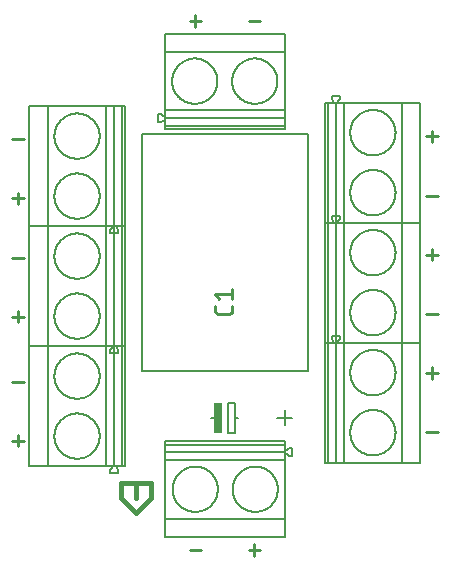
<source format=gbr>
G04 EAGLE Gerber X2 export*
%TF.Part,Single*%
%TF.FileFunction,Legend,Top,1*%
%TF.FilePolarity,Positive*%
%TF.GenerationSoftware,Autodesk,EAGLE,9.1.0*%
%TF.CreationDate,2018-10-24T11:47:27Z*%
G75*
%MOMM*%
%FSLAX34Y34*%
%LPD*%
%AMOC8*
5,1,8,0,0,1.08239X$1,22.5*%
G01*
%ADD10C,0.279400*%
%ADD11C,0.203200*%
%ADD12C,0.152400*%
%ADD13R,0.635000X2.540000*%
%ADD14C,0.127000*%
%ADD15C,0.406400*%


D10*
X5005Y308335D02*
X14995Y308335D01*
X10000Y303340D02*
X10000Y313330D01*
X5005Y358335D02*
X14995Y358335D01*
X14995Y208335D02*
X5005Y208335D01*
X10000Y203340D02*
X10000Y213330D01*
X5005Y258335D02*
X14995Y258335D01*
X14995Y103335D02*
X5005Y103335D01*
X10000Y98340D02*
X10000Y108330D01*
X5005Y153335D02*
X14995Y153335D01*
X155005Y10835D02*
X164995Y10835D01*
X205005Y10835D02*
X214995Y10835D01*
X210000Y5840D02*
X210000Y15830D01*
X164995Y458335D02*
X155005Y458335D01*
X160000Y453340D02*
X160000Y463330D01*
X205005Y458335D02*
X214995Y458335D01*
X355005Y360835D02*
X364995Y360835D01*
X360000Y355840D02*
X360000Y365830D01*
X355005Y310835D02*
X364995Y310835D01*
X364995Y260835D02*
X355005Y260835D01*
X360000Y255840D02*
X360000Y265830D01*
X355005Y210835D02*
X364995Y210835D01*
X364995Y160835D02*
X355005Y160835D01*
X360000Y155840D02*
X360000Y165830D01*
X355005Y110835D02*
X364995Y110835D01*
D11*
X100500Y284989D02*
X100500Y386589D01*
X34757Y386589D02*
X34757Y284989D01*
X79555Y284989D02*
X84479Y284989D01*
X93270Y284989D02*
X93270Y283702D01*
X89130Y283702D02*
X89130Y284989D01*
X91279Y284989D01*
X93270Y284989D01*
X87630Y281919D02*
X87630Y279289D01*
X94770Y279289D02*
X94770Y281919D01*
X89130Y284989D02*
X84479Y284989D01*
X93270Y283702D02*
X94770Y281919D01*
X94770Y279289D02*
X87630Y279289D01*
X39587Y284989D02*
X34757Y284989D01*
X39587Y284989D02*
X79555Y284989D01*
X87630Y281919D02*
X89130Y283702D01*
X84479Y284989D02*
X84479Y386589D01*
X79555Y386589D01*
X91279Y386589D02*
X91279Y284989D01*
X91279Y386589D02*
X84479Y386589D01*
X79555Y386589D02*
X39587Y386589D01*
X34757Y386589D01*
X19500Y386589D01*
X93270Y284989D02*
X97500Y284989D01*
X97500Y386589D02*
X91279Y386589D01*
X19500Y386589D02*
X19500Y284989D01*
X34757Y284989D01*
X97500Y284989D02*
X97500Y386589D01*
X97500Y284989D02*
X100500Y284989D01*
X100500Y386589D02*
X97500Y386589D01*
X40600Y310389D02*
X40606Y310859D01*
X40623Y311329D01*
X40652Y311798D01*
X40692Y312266D01*
X40744Y312733D01*
X40807Y313199D01*
X40882Y313663D01*
X40968Y314125D01*
X41065Y314585D01*
X41174Y315042D01*
X41294Y315497D01*
X41425Y315948D01*
X41567Y316396D01*
X41719Y316840D01*
X41883Y317281D01*
X42058Y317717D01*
X42243Y318149D01*
X42439Y318577D01*
X42645Y318999D01*
X42861Y319416D01*
X43088Y319828D01*
X43324Y320234D01*
X43571Y320634D01*
X43827Y321028D01*
X44093Y321416D01*
X44369Y321797D01*
X44653Y322171D01*
X44947Y322538D01*
X45249Y322897D01*
X45561Y323249D01*
X45881Y323594D01*
X46209Y323930D01*
X46545Y324258D01*
X46890Y324578D01*
X47242Y324890D01*
X47601Y325192D01*
X47968Y325486D01*
X48342Y325770D01*
X48723Y326046D01*
X49111Y326312D01*
X49505Y326568D01*
X49905Y326815D01*
X50311Y327051D01*
X50723Y327278D01*
X51140Y327494D01*
X51562Y327700D01*
X51990Y327896D01*
X52422Y328081D01*
X52858Y328256D01*
X53299Y328420D01*
X53743Y328572D01*
X54191Y328714D01*
X54642Y328845D01*
X55097Y328965D01*
X55554Y329074D01*
X56014Y329171D01*
X56476Y329257D01*
X56940Y329332D01*
X57406Y329395D01*
X57873Y329447D01*
X58341Y329487D01*
X58810Y329516D01*
X59280Y329533D01*
X59750Y329539D01*
X60220Y329533D01*
X60690Y329516D01*
X61159Y329487D01*
X61627Y329447D01*
X62094Y329395D01*
X62560Y329332D01*
X63024Y329257D01*
X63486Y329171D01*
X63946Y329074D01*
X64403Y328965D01*
X64858Y328845D01*
X65309Y328714D01*
X65757Y328572D01*
X66201Y328420D01*
X66642Y328256D01*
X67078Y328081D01*
X67510Y327896D01*
X67938Y327700D01*
X68360Y327494D01*
X68777Y327278D01*
X69189Y327051D01*
X69595Y326815D01*
X69995Y326568D01*
X70389Y326312D01*
X70777Y326046D01*
X71158Y325770D01*
X71532Y325486D01*
X71899Y325192D01*
X72258Y324890D01*
X72610Y324578D01*
X72955Y324258D01*
X73291Y323930D01*
X73619Y323594D01*
X73939Y323249D01*
X74251Y322897D01*
X74553Y322538D01*
X74847Y322171D01*
X75131Y321797D01*
X75407Y321416D01*
X75673Y321028D01*
X75929Y320634D01*
X76176Y320234D01*
X76412Y319828D01*
X76639Y319416D01*
X76855Y318999D01*
X77061Y318577D01*
X77257Y318149D01*
X77442Y317717D01*
X77617Y317281D01*
X77781Y316840D01*
X77933Y316396D01*
X78075Y315948D01*
X78206Y315497D01*
X78326Y315042D01*
X78435Y314585D01*
X78532Y314125D01*
X78618Y313663D01*
X78693Y313199D01*
X78756Y312733D01*
X78808Y312266D01*
X78848Y311798D01*
X78877Y311329D01*
X78894Y310859D01*
X78900Y310389D01*
X78894Y309919D01*
X78877Y309449D01*
X78848Y308980D01*
X78808Y308512D01*
X78756Y308045D01*
X78693Y307579D01*
X78618Y307115D01*
X78532Y306653D01*
X78435Y306193D01*
X78326Y305736D01*
X78206Y305281D01*
X78075Y304830D01*
X77933Y304382D01*
X77781Y303938D01*
X77617Y303497D01*
X77442Y303061D01*
X77257Y302629D01*
X77061Y302201D01*
X76855Y301779D01*
X76639Y301362D01*
X76412Y300950D01*
X76176Y300544D01*
X75929Y300144D01*
X75673Y299750D01*
X75407Y299362D01*
X75131Y298981D01*
X74847Y298607D01*
X74553Y298240D01*
X74251Y297881D01*
X73939Y297529D01*
X73619Y297184D01*
X73291Y296848D01*
X72955Y296520D01*
X72610Y296200D01*
X72258Y295888D01*
X71899Y295586D01*
X71532Y295292D01*
X71158Y295008D01*
X70777Y294732D01*
X70389Y294466D01*
X69995Y294210D01*
X69595Y293963D01*
X69189Y293727D01*
X68777Y293500D01*
X68360Y293284D01*
X67938Y293078D01*
X67510Y292882D01*
X67078Y292697D01*
X66642Y292522D01*
X66201Y292358D01*
X65757Y292206D01*
X65309Y292064D01*
X64858Y291933D01*
X64403Y291813D01*
X63946Y291704D01*
X63486Y291607D01*
X63024Y291521D01*
X62560Y291446D01*
X62094Y291383D01*
X61627Y291331D01*
X61159Y291291D01*
X60690Y291262D01*
X60220Y291245D01*
X59750Y291239D01*
X59280Y291245D01*
X58810Y291262D01*
X58341Y291291D01*
X57873Y291331D01*
X57406Y291383D01*
X56940Y291446D01*
X56476Y291521D01*
X56014Y291607D01*
X55554Y291704D01*
X55097Y291813D01*
X54642Y291933D01*
X54191Y292064D01*
X53743Y292206D01*
X53299Y292358D01*
X52858Y292522D01*
X52422Y292697D01*
X51990Y292882D01*
X51562Y293078D01*
X51140Y293284D01*
X50723Y293500D01*
X50311Y293727D01*
X49905Y293963D01*
X49505Y294210D01*
X49111Y294466D01*
X48723Y294732D01*
X48342Y295008D01*
X47968Y295292D01*
X47601Y295586D01*
X47242Y295888D01*
X46890Y296200D01*
X46545Y296520D01*
X46209Y296848D01*
X45881Y297184D01*
X45561Y297529D01*
X45249Y297881D01*
X44947Y298240D01*
X44653Y298607D01*
X44369Y298981D01*
X44093Y299362D01*
X43827Y299750D01*
X43571Y300144D01*
X43324Y300544D01*
X43088Y300950D01*
X42861Y301362D01*
X42645Y301779D01*
X42439Y302201D01*
X42243Y302629D01*
X42058Y303061D01*
X41883Y303497D01*
X41719Y303938D01*
X41567Y304382D01*
X41425Y304830D01*
X41294Y305281D01*
X41174Y305736D01*
X41065Y306193D01*
X40968Y306653D01*
X40882Y307115D01*
X40807Y307579D01*
X40744Y308045D01*
X40692Y308512D01*
X40652Y308980D01*
X40623Y309449D01*
X40606Y309919D01*
X40600Y310389D01*
X40600Y361189D02*
X40606Y361659D01*
X40623Y362129D01*
X40652Y362598D01*
X40692Y363066D01*
X40744Y363533D01*
X40807Y363999D01*
X40882Y364463D01*
X40968Y364925D01*
X41065Y365385D01*
X41174Y365842D01*
X41294Y366297D01*
X41425Y366748D01*
X41567Y367196D01*
X41719Y367640D01*
X41883Y368081D01*
X42058Y368517D01*
X42243Y368949D01*
X42439Y369377D01*
X42645Y369799D01*
X42861Y370216D01*
X43088Y370628D01*
X43324Y371034D01*
X43571Y371434D01*
X43827Y371828D01*
X44093Y372216D01*
X44369Y372597D01*
X44653Y372971D01*
X44947Y373338D01*
X45249Y373697D01*
X45561Y374049D01*
X45881Y374394D01*
X46209Y374730D01*
X46545Y375058D01*
X46890Y375378D01*
X47242Y375690D01*
X47601Y375992D01*
X47968Y376286D01*
X48342Y376570D01*
X48723Y376846D01*
X49111Y377112D01*
X49505Y377368D01*
X49905Y377615D01*
X50311Y377851D01*
X50723Y378078D01*
X51140Y378294D01*
X51562Y378500D01*
X51990Y378696D01*
X52422Y378881D01*
X52858Y379056D01*
X53299Y379220D01*
X53743Y379372D01*
X54191Y379514D01*
X54642Y379645D01*
X55097Y379765D01*
X55554Y379874D01*
X56014Y379971D01*
X56476Y380057D01*
X56940Y380132D01*
X57406Y380195D01*
X57873Y380247D01*
X58341Y380287D01*
X58810Y380316D01*
X59280Y380333D01*
X59750Y380339D01*
X60220Y380333D01*
X60690Y380316D01*
X61159Y380287D01*
X61627Y380247D01*
X62094Y380195D01*
X62560Y380132D01*
X63024Y380057D01*
X63486Y379971D01*
X63946Y379874D01*
X64403Y379765D01*
X64858Y379645D01*
X65309Y379514D01*
X65757Y379372D01*
X66201Y379220D01*
X66642Y379056D01*
X67078Y378881D01*
X67510Y378696D01*
X67938Y378500D01*
X68360Y378294D01*
X68777Y378078D01*
X69189Y377851D01*
X69595Y377615D01*
X69995Y377368D01*
X70389Y377112D01*
X70777Y376846D01*
X71158Y376570D01*
X71532Y376286D01*
X71899Y375992D01*
X72258Y375690D01*
X72610Y375378D01*
X72955Y375058D01*
X73291Y374730D01*
X73619Y374394D01*
X73939Y374049D01*
X74251Y373697D01*
X74553Y373338D01*
X74847Y372971D01*
X75131Y372597D01*
X75407Y372216D01*
X75673Y371828D01*
X75929Y371434D01*
X76176Y371034D01*
X76412Y370628D01*
X76639Y370216D01*
X76855Y369799D01*
X77061Y369377D01*
X77257Y368949D01*
X77442Y368517D01*
X77617Y368081D01*
X77781Y367640D01*
X77933Y367196D01*
X78075Y366748D01*
X78206Y366297D01*
X78326Y365842D01*
X78435Y365385D01*
X78532Y364925D01*
X78618Y364463D01*
X78693Y363999D01*
X78756Y363533D01*
X78808Y363066D01*
X78848Y362598D01*
X78877Y362129D01*
X78894Y361659D01*
X78900Y361189D01*
X78894Y360719D01*
X78877Y360249D01*
X78848Y359780D01*
X78808Y359312D01*
X78756Y358845D01*
X78693Y358379D01*
X78618Y357915D01*
X78532Y357453D01*
X78435Y356993D01*
X78326Y356536D01*
X78206Y356081D01*
X78075Y355630D01*
X77933Y355182D01*
X77781Y354738D01*
X77617Y354297D01*
X77442Y353861D01*
X77257Y353429D01*
X77061Y353001D01*
X76855Y352579D01*
X76639Y352162D01*
X76412Y351750D01*
X76176Y351344D01*
X75929Y350944D01*
X75673Y350550D01*
X75407Y350162D01*
X75131Y349781D01*
X74847Y349407D01*
X74553Y349040D01*
X74251Y348681D01*
X73939Y348329D01*
X73619Y347984D01*
X73291Y347648D01*
X72955Y347320D01*
X72610Y347000D01*
X72258Y346688D01*
X71899Y346386D01*
X71532Y346092D01*
X71158Y345808D01*
X70777Y345532D01*
X70389Y345266D01*
X69995Y345010D01*
X69595Y344763D01*
X69189Y344527D01*
X68777Y344300D01*
X68360Y344084D01*
X67938Y343878D01*
X67510Y343682D01*
X67078Y343497D01*
X66642Y343322D01*
X66201Y343158D01*
X65757Y343006D01*
X65309Y342864D01*
X64858Y342733D01*
X64403Y342613D01*
X63946Y342504D01*
X63486Y342407D01*
X63024Y342321D01*
X62560Y342246D01*
X62094Y342183D01*
X61627Y342131D01*
X61159Y342091D01*
X60690Y342062D01*
X60220Y342045D01*
X59750Y342039D01*
X59280Y342045D01*
X58810Y342062D01*
X58341Y342091D01*
X57873Y342131D01*
X57406Y342183D01*
X56940Y342246D01*
X56476Y342321D01*
X56014Y342407D01*
X55554Y342504D01*
X55097Y342613D01*
X54642Y342733D01*
X54191Y342864D01*
X53743Y343006D01*
X53299Y343158D01*
X52858Y343322D01*
X52422Y343497D01*
X51990Y343682D01*
X51562Y343878D01*
X51140Y344084D01*
X50723Y344300D01*
X50311Y344527D01*
X49905Y344763D01*
X49505Y345010D01*
X49111Y345266D01*
X48723Y345532D01*
X48342Y345808D01*
X47968Y346092D01*
X47601Y346386D01*
X47242Y346688D01*
X46890Y347000D01*
X46545Y347320D01*
X46209Y347648D01*
X45881Y347984D01*
X45561Y348329D01*
X45249Y348681D01*
X44947Y349040D01*
X44653Y349407D01*
X44369Y349781D01*
X44093Y350162D01*
X43827Y350550D01*
X43571Y350944D01*
X43324Y351344D01*
X43088Y351750D01*
X42861Y352162D01*
X42645Y352579D01*
X42439Y353001D01*
X42243Y353429D01*
X42058Y353861D01*
X41883Y354297D01*
X41719Y354738D01*
X41567Y355182D01*
X41425Y355630D01*
X41294Y356081D01*
X41174Y356536D01*
X41065Y356993D01*
X40968Y357453D01*
X40882Y357915D01*
X40807Y358379D01*
X40744Y358845D01*
X40692Y359312D01*
X40652Y359780D01*
X40623Y360249D01*
X40606Y360719D01*
X40600Y361189D01*
X100500Y284989D02*
X100500Y183389D01*
X34757Y183389D02*
X34757Y284989D01*
X79555Y183389D02*
X84479Y183389D01*
X93270Y183389D02*
X93270Y182102D01*
X89130Y182102D02*
X89130Y183389D01*
X91279Y183389D01*
X93270Y183389D01*
X87630Y180319D02*
X87630Y177689D01*
X94770Y177689D02*
X94770Y180319D01*
X89130Y183389D02*
X84479Y183389D01*
X93270Y182102D02*
X94770Y180319D01*
X94770Y177689D02*
X87630Y177689D01*
X39587Y183389D02*
X34757Y183389D01*
X39587Y183389D02*
X79555Y183389D01*
X87630Y180319D02*
X89130Y182102D01*
X84479Y183389D02*
X84479Y284989D01*
X79555Y284989D01*
X91279Y284989D02*
X91279Y183389D01*
X91279Y284989D02*
X84479Y284989D01*
X79555Y284989D02*
X39587Y284989D01*
X34757Y284989D01*
X19500Y284989D01*
X93270Y183389D02*
X97500Y183389D01*
X97500Y284989D02*
X91279Y284989D01*
X19500Y284989D02*
X19500Y183389D01*
X34757Y183389D01*
X97500Y183389D02*
X97500Y284989D01*
X97500Y183389D02*
X100500Y183389D01*
X100500Y284989D02*
X97500Y284989D01*
X40600Y208789D02*
X40606Y209259D01*
X40623Y209729D01*
X40652Y210198D01*
X40692Y210666D01*
X40744Y211133D01*
X40807Y211599D01*
X40882Y212063D01*
X40968Y212525D01*
X41065Y212985D01*
X41174Y213442D01*
X41294Y213897D01*
X41425Y214348D01*
X41567Y214796D01*
X41719Y215240D01*
X41883Y215681D01*
X42058Y216117D01*
X42243Y216549D01*
X42439Y216977D01*
X42645Y217399D01*
X42861Y217816D01*
X43088Y218228D01*
X43324Y218634D01*
X43571Y219034D01*
X43827Y219428D01*
X44093Y219816D01*
X44369Y220197D01*
X44653Y220571D01*
X44947Y220938D01*
X45249Y221297D01*
X45561Y221649D01*
X45881Y221994D01*
X46209Y222330D01*
X46545Y222658D01*
X46890Y222978D01*
X47242Y223290D01*
X47601Y223592D01*
X47968Y223886D01*
X48342Y224170D01*
X48723Y224446D01*
X49111Y224712D01*
X49505Y224968D01*
X49905Y225215D01*
X50311Y225451D01*
X50723Y225678D01*
X51140Y225894D01*
X51562Y226100D01*
X51990Y226296D01*
X52422Y226481D01*
X52858Y226656D01*
X53299Y226820D01*
X53743Y226972D01*
X54191Y227114D01*
X54642Y227245D01*
X55097Y227365D01*
X55554Y227474D01*
X56014Y227571D01*
X56476Y227657D01*
X56940Y227732D01*
X57406Y227795D01*
X57873Y227847D01*
X58341Y227887D01*
X58810Y227916D01*
X59280Y227933D01*
X59750Y227939D01*
X60220Y227933D01*
X60690Y227916D01*
X61159Y227887D01*
X61627Y227847D01*
X62094Y227795D01*
X62560Y227732D01*
X63024Y227657D01*
X63486Y227571D01*
X63946Y227474D01*
X64403Y227365D01*
X64858Y227245D01*
X65309Y227114D01*
X65757Y226972D01*
X66201Y226820D01*
X66642Y226656D01*
X67078Y226481D01*
X67510Y226296D01*
X67938Y226100D01*
X68360Y225894D01*
X68777Y225678D01*
X69189Y225451D01*
X69595Y225215D01*
X69995Y224968D01*
X70389Y224712D01*
X70777Y224446D01*
X71158Y224170D01*
X71532Y223886D01*
X71899Y223592D01*
X72258Y223290D01*
X72610Y222978D01*
X72955Y222658D01*
X73291Y222330D01*
X73619Y221994D01*
X73939Y221649D01*
X74251Y221297D01*
X74553Y220938D01*
X74847Y220571D01*
X75131Y220197D01*
X75407Y219816D01*
X75673Y219428D01*
X75929Y219034D01*
X76176Y218634D01*
X76412Y218228D01*
X76639Y217816D01*
X76855Y217399D01*
X77061Y216977D01*
X77257Y216549D01*
X77442Y216117D01*
X77617Y215681D01*
X77781Y215240D01*
X77933Y214796D01*
X78075Y214348D01*
X78206Y213897D01*
X78326Y213442D01*
X78435Y212985D01*
X78532Y212525D01*
X78618Y212063D01*
X78693Y211599D01*
X78756Y211133D01*
X78808Y210666D01*
X78848Y210198D01*
X78877Y209729D01*
X78894Y209259D01*
X78900Y208789D01*
X78894Y208319D01*
X78877Y207849D01*
X78848Y207380D01*
X78808Y206912D01*
X78756Y206445D01*
X78693Y205979D01*
X78618Y205515D01*
X78532Y205053D01*
X78435Y204593D01*
X78326Y204136D01*
X78206Y203681D01*
X78075Y203230D01*
X77933Y202782D01*
X77781Y202338D01*
X77617Y201897D01*
X77442Y201461D01*
X77257Y201029D01*
X77061Y200601D01*
X76855Y200179D01*
X76639Y199762D01*
X76412Y199350D01*
X76176Y198944D01*
X75929Y198544D01*
X75673Y198150D01*
X75407Y197762D01*
X75131Y197381D01*
X74847Y197007D01*
X74553Y196640D01*
X74251Y196281D01*
X73939Y195929D01*
X73619Y195584D01*
X73291Y195248D01*
X72955Y194920D01*
X72610Y194600D01*
X72258Y194288D01*
X71899Y193986D01*
X71532Y193692D01*
X71158Y193408D01*
X70777Y193132D01*
X70389Y192866D01*
X69995Y192610D01*
X69595Y192363D01*
X69189Y192127D01*
X68777Y191900D01*
X68360Y191684D01*
X67938Y191478D01*
X67510Y191282D01*
X67078Y191097D01*
X66642Y190922D01*
X66201Y190758D01*
X65757Y190606D01*
X65309Y190464D01*
X64858Y190333D01*
X64403Y190213D01*
X63946Y190104D01*
X63486Y190007D01*
X63024Y189921D01*
X62560Y189846D01*
X62094Y189783D01*
X61627Y189731D01*
X61159Y189691D01*
X60690Y189662D01*
X60220Y189645D01*
X59750Y189639D01*
X59280Y189645D01*
X58810Y189662D01*
X58341Y189691D01*
X57873Y189731D01*
X57406Y189783D01*
X56940Y189846D01*
X56476Y189921D01*
X56014Y190007D01*
X55554Y190104D01*
X55097Y190213D01*
X54642Y190333D01*
X54191Y190464D01*
X53743Y190606D01*
X53299Y190758D01*
X52858Y190922D01*
X52422Y191097D01*
X51990Y191282D01*
X51562Y191478D01*
X51140Y191684D01*
X50723Y191900D01*
X50311Y192127D01*
X49905Y192363D01*
X49505Y192610D01*
X49111Y192866D01*
X48723Y193132D01*
X48342Y193408D01*
X47968Y193692D01*
X47601Y193986D01*
X47242Y194288D01*
X46890Y194600D01*
X46545Y194920D01*
X46209Y195248D01*
X45881Y195584D01*
X45561Y195929D01*
X45249Y196281D01*
X44947Y196640D01*
X44653Y197007D01*
X44369Y197381D01*
X44093Y197762D01*
X43827Y198150D01*
X43571Y198544D01*
X43324Y198944D01*
X43088Y199350D01*
X42861Y199762D01*
X42645Y200179D01*
X42439Y200601D01*
X42243Y201029D01*
X42058Y201461D01*
X41883Y201897D01*
X41719Y202338D01*
X41567Y202782D01*
X41425Y203230D01*
X41294Y203681D01*
X41174Y204136D01*
X41065Y204593D01*
X40968Y205053D01*
X40882Y205515D01*
X40807Y205979D01*
X40744Y206445D01*
X40692Y206912D01*
X40652Y207380D01*
X40623Y207849D01*
X40606Y208319D01*
X40600Y208789D01*
X40600Y259589D02*
X40606Y260059D01*
X40623Y260529D01*
X40652Y260998D01*
X40692Y261466D01*
X40744Y261933D01*
X40807Y262399D01*
X40882Y262863D01*
X40968Y263325D01*
X41065Y263785D01*
X41174Y264242D01*
X41294Y264697D01*
X41425Y265148D01*
X41567Y265596D01*
X41719Y266040D01*
X41883Y266481D01*
X42058Y266917D01*
X42243Y267349D01*
X42439Y267777D01*
X42645Y268199D01*
X42861Y268616D01*
X43088Y269028D01*
X43324Y269434D01*
X43571Y269834D01*
X43827Y270228D01*
X44093Y270616D01*
X44369Y270997D01*
X44653Y271371D01*
X44947Y271738D01*
X45249Y272097D01*
X45561Y272449D01*
X45881Y272794D01*
X46209Y273130D01*
X46545Y273458D01*
X46890Y273778D01*
X47242Y274090D01*
X47601Y274392D01*
X47968Y274686D01*
X48342Y274970D01*
X48723Y275246D01*
X49111Y275512D01*
X49505Y275768D01*
X49905Y276015D01*
X50311Y276251D01*
X50723Y276478D01*
X51140Y276694D01*
X51562Y276900D01*
X51990Y277096D01*
X52422Y277281D01*
X52858Y277456D01*
X53299Y277620D01*
X53743Y277772D01*
X54191Y277914D01*
X54642Y278045D01*
X55097Y278165D01*
X55554Y278274D01*
X56014Y278371D01*
X56476Y278457D01*
X56940Y278532D01*
X57406Y278595D01*
X57873Y278647D01*
X58341Y278687D01*
X58810Y278716D01*
X59280Y278733D01*
X59750Y278739D01*
X60220Y278733D01*
X60690Y278716D01*
X61159Y278687D01*
X61627Y278647D01*
X62094Y278595D01*
X62560Y278532D01*
X63024Y278457D01*
X63486Y278371D01*
X63946Y278274D01*
X64403Y278165D01*
X64858Y278045D01*
X65309Y277914D01*
X65757Y277772D01*
X66201Y277620D01*
X66642Y277456D01*
X67078Y277281D01*
X67510Y277096D01*
X67938Y276900D01*
X68360Y276694D01*
X68777Y276478D01*
X69189Y276251D01*
X69595Y276015D01*
X69995Y275768D01*
X70389Y275512D01*
X70777Y275246D01*
X71158Y274970D01*
X71532Y274686D01*
X71899Y274392D01*
X72258Y274090D01*
X72610Y273778D01*
X72955Y273458D01*
X73291Y273130D01*
X73619Y272794D01*
X73939Y272449D01*
X74251Y272097D01*
X74553Y271738D01*
X74847Y271371D01*
X75131Y270997D01*
X75407Y270616D01*
X75673Y270228D01*
X75929Y269834D01*
X76176Y269434D01*
X76412Y269028D01*
X76639Y268616D01*
X76855Y268199D01*
X77061Y267777D01*
X77257Y267349D01*
X77442Y266917D01*
X77617Y266481D01*
X77781Y266040D01*
X77933Y265596D01*
X78075Y265148D01*
X78206Y264697D01*
X78326Y264242D01*
X78435Y263785D01*
X78532Y263325D01*
X78618Y262863D01*
X78693Y262399D01*
X78756Y261933D01*
X78808Y261466D01*
X78848Y260998D01*
X78877Y260529D01*
X78894Y260059D01*
X78900Y259589D01*
X78894Y259119D01*
X78877Y258649D01*
X78848Y258180D01*
X78808Y257712D01*
X78756Y257245D01*
X78693Y256779D01*
X78618Y256315D01*
X78532Y255853D01*
X78435Y255393D01*
X78326Y254936D01*
X78206Y254481D01*
X78075Y254030D01*
X77933Y253582D01*
X77781Y253138D01*
X77617Y252697D01*
X77442Y252261D01*
X77257Y251829D01*
X77061Y251401D01*
X76855Y250979D01*
X76639Y250562D01*
X76412Y250150D01*
X76176Y249744D01*
X75929Y249344D01*
X75673Y248950D01*
X75407Y248562D01*
X75131Y248181D01*
X74847Y247807D01*
X74553Y247440D01*
X74251Y247081D01*
X73939Y246729D01*
X73619Y246384D01*
X73291Y246048D01*
X72955Y245720D01*
X72610Y245400D01*
X72258Y245088D01*
X71899Y244786D01*
X71532Y244492D01*
X71158Y244208D01*
X70777Y243932D01*
X70389Y243666D01*
X69995Y243410D01*
X69595Y243163D01*
X69189Y242927D01*
X68777Y242700D01*
X68360Y242484D01*
X67938Y242278D01*
X67510Y242082D01*
X67078Y241897D01*
X66642Y241722D01*
X66201Y241558D01*
X65757Y241406D01*
X65309Y241264D01*
X64858Y241133D01*
X64403Y241013D01*
X63946Y240904D01*
X63486Y240807D01*
X63024Y240721D01*
X62560Y240646D01*
X62094Y240583D01*
X61627Y240531D01*
X61159Y240491D01*
X60690Y240462D01*
X60220Y240445D01*
X59750Y240439D01*
X59280Y240445D01*
X58810Y240462D01*
X58341Y240491D01*
X57873Y240531D01*
X57406Y240583D01*
X56940Y240646D01*
X56476Y240721D01*
X56014Y240807D01*
X55554Y240904D01*
X55097Y241013D01*
X54642Y241133D01*
X54191Y241264D01*
X53743Y241406D01*
X53299Y241558D01*
X52858Y241722D01*
X52422Y241897D01*
X51990Y242082D01*
X51562Y242278D01*
X51140Y242484D01*
X50723Y242700D01*
X50311Y242927D01*
X49905Y243163D01*
X49505Y243410D01*
X49111Y243666D01*
X48723Y243932D01*
X48342Y244208D01*
X47968Y244492D01*
X47601Y244786D01*
X47242Y245088D01*
X46890Y245400D01*
X46545Y245720D01*
X46209Y246048D01*
X45881Y246384D01*
X45561Y246729D01*
X45249Y247081D01*
X44947Y247440D01*
X44653Y247807D01*
X44369Y248181D01*
X44093Y248562D01*
X43827Y248950D01*
X43571Y249344D01*
X43324Y249744D01*
X43088Y250150D01*
X42861Y250562D01*
X42645Y250979D01*
X42439Y251401D01*
X42243Y251829D01*
X42058Y252261D01*
X41883Y252697D01*
X41719Y253138D01*
X41567Y253582D01*
X41425Y254030D01*
X41294Y254481D01*
X41174Y254936D01*
X41065Y255393D01*
X40968Y255853D01*
X40882Y256315D01*
X40807Y256779D01*
X40744Y257245D01*
X40692Y257712D01*
X40652Y258180D01*
X40623Y258649D01*
X40606Y259119D01*
X40600Y259589D01*
X100500Y183389D02*
X100500Y81789D01*
X34757Y81789D02*
X34757Y183389D01*
X79555Y81789D02*
X84479Y81789D01*
X93270Y81789D02*
X93270Y80502D01*
X89130Y80502D02*
X89130Y81789D01*
X91279Y81789D01*
X93270Y81789D01*
X87630Y78719D02*
X87630Y76089D01*
X94770Y76089D02*
X94770Y78719D01*
X89130Y81789D02*
X84479Y81789D01*
X93270Y80502D02*
X94770Y78719D01*
X94770Y76089D02*
X87630Y76089D01*
X39587Y81789D02*
X34757Y81789D01*
X39587Y81789D02*
X79555Y81789D01*
X87630Y78719D02*
X89130Y80502D01*
X84479Y81789D02*
X84479Y183389D01*
X79555Y183389D01*
X91279Y183389D02*
X91279Y81789D01*
X91279Y183389D02*
X84479Y183389D01*
X79555Y183389D02*
X39587Y183389D01*
X34757Y183389D01*
X19500Y183389D01*
X93270Y81789D02*
X97500Y81789D01*
X97500Y183389D02*
X91279Y183389D01*
X19500Y183389D02*
X19500Y81789D01*
X34757Y81789D01*
X97500Y81789D02*
X97500Y183389D01*
X97500Y81789D02*
X100500Y81789D01*
X100500Y183389D02*
X97500Y183389D01*
X40600Y107189D02*
X40606Y107659D01*
X40623Y108129D01*
X40652Y108598D01*
X40692Y109066D01*
X40744Y109533D01*
X40807Y109999D01*
X40882Y110463D01*
X40968Y110925D01*
X41065Y111385D01*
X41174Y111842D01*
X41294Y112297D01*
X41425Y112748D01*
X41567Y113196D01*
X41719Y113640D01*
X41883Y114081D01*
X42058Y114517D01*
X42243Y114949D01*
X42439Y115377D01*
X42645Y115799D01*
X42861Y116216D01*
X43088Y116628D01*
X43324Y117034D01*
X43571Y117434D01*
X43827Y117828D01*
X44093Y118216D01*
X44369Y118597D01*
X44653Y118971D01*
X44947Y119338D01*
X45249Y119697D01*
X45561Y120049D01*
X45881Y120394D01*
X46209Y120730D01*
X46545Y121058D01*
X46890Y121378D01*
X47242Y121690D01*
X47601Y121992D01*
X47968Y122286D01*
X48342Y122570D01*
X48723Y122846D01*
X49111Y123112D01*
X49505Y123368D01*
X49905Y123615D01*
X50311Y123851D01*
X50723Y124078D01*
X51140Y124294D01*
X51562Y124500D01*
X51990Y124696D01*
X52422Y124881D01*
X52858Y125056D01*
X53299Y125220D01*
X53743Y125372D01*
X54191Y125514D01*
X54642Y125645D01*
X55097Y125765D01*
X55554Y125874D01*
X56014Y125971D01*
X56476Y126057D01*
X56940Y126132D01*
X57406Y126195D01*
X57873Y126247D01*
X58341Y126287D01*
X58810Y126316D01*
X59280Y126333D01*
X59750Y126339D01*
X60220Y126333D01*
X60690Y126316D01*
X61159Y126287D01*
X61627Y126247D01*
X62094Y126195D01*
X62560Y126132D01*
X63024Y126057D01*
X63486Y125971D01*
X63946Y125874D01*
X64403Y125765D01*
X64858Y125645D01*
X65309Y125514D01*
X65757Y125372D01*
X66201Y125220D01*
X66642Y125056D01*
X67078Y124881D01*
X67510Y124696D01*
X67938Y124500D01*
X68360Y124294D01*
X68777Y124078D01*
X69189Y123851D01*
X69595Y123615D01*
X69995Y123368D01*
X70389Y123112D01*
X70777Y122846D01*
X71158Y122570D01*
X71532Y122286D01*
X71899Y121992D01*
X72258Y121690D01*
X72610Y121378D01*
X72955Y121058D01*
X73291Y120730D01*
X73619Y120394D01*
X73939Y120049D01*
X74251Y119697D01*
X74553Y119338D01*
X74847Y118971D01*
X75131Y118597D01*
X75407Y118216D01*
X75673Y117828D01*
X75929Y117434D01*
X76176Y117034D01*
X76412Y116628D01*
X76639Y116216D01*
X76855Y115799D01*
X77061Y115377D01*
X77257Y114949D01*
X77442Y114517D01*
X77617Y114081D01*
X77781Y113640D01*
X77933Y113196D01*
X78075Y112748D01*
X78206Y112297D01*
X78326Y111842D01*
X78435Y111385D01*
X78532Y110925D01*
X78618Y110463D01*
X78693Y109999D01*
X78756Y109533D01*
X78808Y109066D01*
X78848Y108598D01*
X78877Y108129D01*
X78894Y107659D01*
X78900Y107189D01*
X78894Y106719D01*
X78877Y106249D01*
X78848Y105780D01*
X78808Y105312D01*
X78756Y104845D01*
X78693Y104379D01*
X78618Y103915D01*
X78532Y103453D01*
X78435Y102993D01*
X78326Y102536D01*
X78206Y102081D01*
X78075Y101630D01*
X77933Y101182D01*
X77781Y100738D01*
X77617Y100297D01*
X77442Y99861D01*
X77257Y99429D01*
X77061Y99001D01*
X76855Y98579D01*
X76639Y98162D01*
X76412Y97750D01*
X76176Y97344D01*
X75929Y96944D01*
X75673Y96550D01*
X75407Y96162D01*
X75131Y95781D01*
X74847Y95407D01*
X74553Y95040D01*
X74251Y94681D01*
X73939Y94329D01*
X73619Y93984D01*
X73291Y93648D01*
X72955Y93320D01*
X72610Y93000D01*
X72258Y92688D01*
X71899Y92386D01*
X71532Y92092D01*
X71158Y91808D01*
X70777Y91532D01*
X70389Y91266D01*
X69995Y91010D01*
X69595Y90763D01*
X69189Y90527D01*
X68777Y90300D01*
X68360Y90084D01*
X67938Y89878D01*
X67510Y89682D01*
X67078Y89497D01*
X66642Y89322D01*
X66201Y89158D01*
X65757Y89006D01*
X65309Y88864D01*
X64858Y88733D01*
X64403Y88613D01*
X63946Y88504D01*
X63486Y88407D01*
X63024Y88321D01*
X62560Y88246D01*
X62094Y88183D01*
X61627Y88131D01*
X61159Y88091D01*
X60690Y88062D01*
X60220Y88045D01*
X59750Y88039D01*
X59280Y88045D01*
X58810Y88062D01*
X58341Y88091D01*
X57873Y88131D01*
X57406Y88183D01*
X56940Y88246D01*
X56476Y88321D01*
X56014Y88407D01*
X55554Y88504D01*
X55097Y88613D01*
X54642Y88733D01*
X54191Y88864D01*
X53743Y89006D01*
X53299Y89158D01*
X52858Y89322D01*
X52422Y89497D01*
X51990Y89682D01*
X51562Y89878D01*
X51140Y90084D01*
X50723Y90300D01*
X50311Y90527D01*
X49905Y90763D01*
X49505Y91010D01*
X49111Y91266D01*
X48723Y91532D01*
X48342Y91808D01*
X47968Y92092D01*
X47601Y92386D01*
X47242Y92688D01*
X46890Y93000D01*
X46545Y93320D01*
X46209Y93648D01*
X45881Y93984D01*
X45561Y94329D01*
X45249Y94681D01*
X44947Y95040D01*
X44653Y95407D01*
X44369Y95781D01*
X44093Y96162D01*
X43827Y96550D01*
X43571Y96944D01*
X43324Y97344D01*
X43088Y97750D01*
X42861Y98162D01*
X42645Y98579D01*
X42439Y99001D01*
X42243Y99429D01*
X42058Y99861D01*
X41883Y100297D01*
X41719Y100738D01*
X41567Y101182D01*
X41425Y101630D01*
X41294Y102081D01*
X41174Y102536D01*
X41065Y102993D01*
X40968Y103453D01*
X40882Y103915D01*
X40807Y104379D01*
X40744Y104845D01*
X40692Y105312D01*
X40652Y105780D01*
X40623Y106249D01*
X40606Y106719D01*
X40600Y107189D01*
X40600Y157989D02*
X40606Y158459D01*
X40623Y158929D01*
X40652Y159398D01*
X40692Y159866D01*
X40744Y160333D01*
X40807Y160799D01*
X40882Y161263D01*
X40968Y161725D01*
X41065Y162185D01*
X41174Y162642D01*
X41294Y163097D01*
X41425Y163548D01*
X41567Y163996D01*
X41719Y164440D01*
X41883Y164881D01*
X42058Y165317D01*
X42243Y165749D01*
X42439Y166177D01*
X42645Y166599D01*
X42861Y167016D01*
X43088Y167428D01*
X43324Y167834D01*
X43571Y168234D01*
X43827Y168628D01*
X44093Y169016D01*
X44369Y169397D01*
X44653Y169771D01*
X44947Y170138D01*
X45249Y170497D01*
X45561Y170849D01*
X45881Y171194D01*
X46209Y171530D01*
X46545Y171858D01*
X46890Y172178D01*
X47242Y172490D01*
X47601Y172792D01*
X47968Y173086D01*
X48342Y173370D01*
X48723Y173646D01*
X49111Y173912D01*
X49505Y174168D01*
X49905Y174415D01*
X50311Y174651D01*
X50723Y174878D01*
X51140Y175094D01*
X51562Y175300D01*
X51990Y175496D01*
X52422Y175681D01*
X52858Y175856D01*
X53299Y176020D01*
X53743Y176172D01*
X54191Y176314D01*
X54642Y176445D01*
X55097Y176565D01*
X55554Y176674D01*
X56014Y176771D01*
X56476Y176857D01*
X56940Y176932D01*
X57406Y176995D01*
X57873Y177047D01*
X58341Y177087D01*
X58810Y177116D01*
X59280Y177133D01*
X59750Y177139D01*
X60220Y177133D01*
X60690Y177116D01*
X61159Y177087D01*
X61627Y177047D01*
X62094Y176995D01*
X62560Y176932D01*
X63024Y176857D01*
X63486Y176771D01*
X63946Y176674D01*
X64403Y176565D01*
X64858Y176445D01*
X65309Y176314D01*
X65757Y176172D01*
X66201Y176020D01*
X66642Y175856D01*
X67078Y175681D01*
X67510Y175496D01*
X67938Y175300D01*
X68360Y175094D01*
X68777Y174878D01*
X69189Y174651D01*
X69595Y174415D01*
X69995Y174168D01*
X70389Y173912D01*
X70777Y173646D01*
X71158Y173370D01*
X71532Y173086D01*
X71899Y172792D01*
X72258Y172490D01*
X72610Y172178D01*
X72955Y171858D01*
X73291Y171530D01*
X73619Y171194D01*
X73939Y170849D01*
X74251Y170497D01*
X74553Y170138D01*
X74847Y169771D01*
X75131Y169397D01*
X75407Y169016D01*
X75673Y168628D01*
X75929Y168234D01*
X76176Y167834D01*
X76412Y167428D01*
X76639Y167016D01*
X76855Y166599D01*
X77061Y166177D01*
X77257Y165749D01*
X77442Y165317D01*
X77617Y164881D01*
X77781Y164440D01*
X77933Y163996D01*
X78075Y163548D01*
X78206Y163097D01*
X78326Y162642D01*
X78435Y162185D01*
X78532Y161725D01*
X78618Y161263D01*
X78693Y160799D01*
X78756Y160333D01*
X78808Y159866D01*
X78848Y159398D01*
X78877Y158929D01*
X78894Y158459D01*
X78900Y157989D01*
X78894Y157519D01*
X78877Y157049D01*
X78848Y156580D01*
X78808Y156112D01*
X78756Y155645D01*
X78693Y155179D01*
X78618Y154715D01*
X78532Y154253D01*
X78435Y153793D01*
X78326Y153336D01*
X78206Y152881D01*
X78075Y152430D01*
X77933Y151982D01*
X77781Y151538D01*
X77617Y151097D01*
X77442Y150661D01*
X77257Y150229D01*
X77061Y149801D01*
X76855Y149379D01*
X76639Y148962D01*
X76412Y148550D01*
X76176Y148144D01*
X75929Y147744D01*
X75673Y147350D01*
X75407Y146962D01*
X75131Y146581D01*
X74847Y146207D01*
X74553Y145840D01*
X74251Y145481D01*
X73939Y145129D01*
X73619Y144784D01*
X73291Y144448D01*
X72955Y144120D01*
X72610Y143800D01*
X72258Y143488D01*
X71899Y143186D01*
X71532Y142892D01*
X71158Y142608D01*
X70777Y142332D01*
X70389Y142066D01*
X69995Y141810D01*
X69595Y141563D01*
X69189Y141327D01*
X68777Y141100D01*
X68360Y140884D01*
X67938Y140678D01*
X67510Y140482D01*
X67078Y140297D01*
X66642Y140122D01*
X66201Y139958D01*
X65757Y139806D01*
X65309Y139664D01*
X64858Y139533D01*
X64403Y139413D01*
X63946Y139304D01*
X63486Y139207D01*
X63024Y139121D01*
X62560Y139046D01*
X62094Y138983D01*
X61627Y138931D01*
X61159Y138891D01*
X60690Y138862D01*
X60220Y138845D01*
X59750Y138839D01*
X59280Y138845D01*
X58810Y138862D01*
X58341Y138891D01*
X57873Y138931D01*
X57406Y138983D01*
X56940Y139046D01*
X56476Y139121D01*
X56014Y139207D01*
X55554Y139304D01*
X55097Y139413D01*
X54642Y139533D01*
X54191Y139664D01*
X53743Y139806D01*
X53299Y139958D01*
X52858Y140122D01*
X52422Y140297D01*
X51990Y140482D01*
X51562Y140678D01*
X51140Y140884D01*
X50723Y141100D01*
X50311Y141327D01*
X49905Y141563D01*
X49505Y141810D01*
X49111Y142066D01*
X48723Y142332D01*
X48342Y142608D01*
X47968Y142892D01*
X47601Y143186D01*
X47242Y143488D01*
X46890Y143800D01*
X46545Y144120D01*
X46209Y144448D01*
X45881Y144784D01*
X45561Y145129D01*
X45249Y145481D01*
X44947Y145840D01*
X44653Y146207D01*
X44369Y146581D01*
X44093Y146962D01*
X43827Y147350D01*
X43571Y147744D01*
X43324Y148144D01*
X43088Y148550D01*
X42861Y148962D01*
X42645Y149379D01*
X42439Y149801D01*
X42243Y150229D01*
X42058Y150661D01*
X41883Y151097D01*
X41719Y151538D01*
X41567Y151982D01*
X41425Y152430D01*
X41294Y152881D01*
X41174Y153336D01*
X41065Y153793D01*
X40968Y154253D01*
X40882Y154715D01*
X40807Y155179D01*
X40744Y155645D01*
X40692Y156112D01*
X40652Y156580D01*
X40623Y157049D01*
X40606Y157519D01*
X40600Y157989D01*
X134411Y103000D02*
X236011Y103000D01*
X236011Y37257D02*
X134411Y37257D01*
X236011Y82055D02*
X236011Y86979D01*
X236011Y95770D02*
X237298Y95770D01*
X237298Y91630D02*
X236011Y91630D01*
X236011Y93779D01*
X236011Y95770D01*
X239081Y90130D02*
X241711Y90130D01*
X241711Y97270D02*
X239081Y97270D01*
X236011Y91630D02*
X236011Y86979D01*
X237298Y95770D02*
X239081Y97270D01*
X241711Y97270D02*
X241711Y90130D01*
X236011Y42087D02*
X236011Y37257D01*
X236011Y42087D02*
X236011Y82055D01*
X239081Y90130D02*
X237298Y91630D01*
X236011Y86979D02*
X134411Y86979D01*
X134411Y82055D01*
X134411Y93779D02*
X236011Y93779D01*
X134411Y93779D02*
X134411Y86979D01*
X134411Y82055D02*
X134411Y42087D01*
X134411Y37257D01*
X134411Y22000D01*
X236011Y95770D02*
X236011Y100000D01*
X134411Y100000D02*
X134411Y93779D01*
X134411Y22000D02*
X236011Y22000D01*
X236011Y37257D01*
X236011Y100000D02*
X134411Y100000D01*
X236011Y100000D02*
X236011Y103000D01*
X134411Y103000D02*
X134411Y100000D01*
X191461Y62250D02*
X191467Y62720D01*
X191484Y63190D01*
X191513Y63659D01*
X191553Y64127D01*
X191605Y64594D01*
X191668Y65060D01*
X191743Y65524D01*
X191829Y65986D01*
X191926Y66446D01*
X192035Y66903D01*
X192155Y67358D01*
X192286Y67809D01*
X192428Y68257D01*
X192580Y68701D01*
X192744Y69142D01*
X192919Y69578D01*
X193104Y70010D01*
X193300Y70438D01*
X193506Y70860D01*
X193722Y71277D01*
X193949Y71689D01*
X194185Y72095D01*
X194432Y72495D01*
X194688Y72889D01*
X194954Y73277D01*
X195230Y73658D01*
X195514Y74032D01*
X195808Y74399D01*
X196110Y74758D01*
X196422Y75110D01*
X196742Y75455D01*
X197070Y75791D01*
X197406Y76119D01*
X197751Y76439D01*
X198103Y76751D01*
X198462Y77053D01*
X198829Y77347D01*
X199203Y77631D01*
X199584Y77907D01*
X199972Y78173D01*
X200366Y78429D01*
X200766Y78676D01*
X201172Y78912D01*
X201584Y79139D01*
X202001Y79355D01*
X202423Y79561D01*
X202851Y79757D01*
X203283Y79942D01*
X203719Y80117D01*
X204160Y80281D01*
X204604Y80433D01*
X205052Y80575D01*
X205503Y80706D01*
X205958Y80826D01*
X206415Y80935D01*
X206875Y81032D01*
X207337Y81118D01*
X207801Y81193D01*
X208267Y81256D01*
X208734Y81308D01*
X209202Y81348D01*
X209671Y81377D01*
X210141Y81394D01*
X210611Y81400D01*
X211081Y81394D01*
X211551Y81377D01*
X212020Y81348D01*
X212488Y81308D01*
X212955Y81256D01*
X213421Y81193D01*
X213885Y81118D01*
X214347Y81032D01*
X214807Y80935D01*
X215264Y80826D01*
X215719Y80706D01*
X216170Y80575D01*
X216618Y80433D01*
X217062Y80281D01*
X217503Y80117D01*
X217939Y79942D01*
X218371Y79757D01*
X218799Y79561D01*
X219221Y79355D01*
X219638Y79139D01*
X220050Y78912D01*
X220456Y78676D01*
X220856Y78429D01*
X221250Y78173D01*
X221638Y77907D01*
X222019Y77631D01*
X222393Y77347D01*
X222760Y77053D01*
X223119Y76751D01*
X223471Y76439D01*
X223816Y76119D01*
X224152Y75791D01*
X224480Y75455D01*
X224800Y75110D01*
X225112Y74758D01*
X225414Y74399D01*
X225708Y74032D01*
X225992Y73658D01*
X226268Y73277D01*
X226534Y72889D01*
X226790Y72495D01*
X227037Y72095D01*
X227273Y71689D01*
X227500Y71277D01*
X227716Y70860D01*
X227922Y70438D01*
X228118Y70010D01*
X228303Y69578D01*
X228478Y69142D01*
X228642Y68701D01*
X228794Y68257D01*
X228936Y67809D01*
X229067Y67358D01*
X229187Y66903D01*
X229296Y66446D01*
X229393Y65986D01*
X229479Y65524D01*
X229554Y65060D01*
X229617Y64594D01*
X229669Y64127D01*
X229709Y63659D01*
X229738Y63190D01*
X229755Y62720D01*
X229761Y62250D01*
X229755Y61780D01*
X229738Y61310D01*
X229709Y60841D01*
X229669Y60373D01*
X229617Y59906D01*
X229554Y59440D01*
X229479Y58976D01*
X229393Y58514D01*
X229296Y58054D01*
X229187Y57597D01*
X229067Y57142D01*
X228936Y56691D01*
X228794Y56243D01*
X228642Y55799D01*
X228478Y55358D01*
X228303Y54922D01*
X228118Y54490D01*
X227922Y54062D01*
X227716Y53640D01*
X227500Y53223D01*
X227273Y52811D01*
X227037Y52405D01*
X226790Y52005D01*
X226534Y51611D01*
X226268Y51223D01*
X225992Y50842D01*
X225708Y50468D01*
X225414Y50101D01*
X225112Y49742D01*
X224800Y49390D01*
X224480Y49045D01*
X224152Y48709D01*
X223816Y48381D01*
X223471Y48061D01*
X223119Y47749D01*
X222760Y47447D01*
X222393Y47153D01*
X222019Y46869D01*
X221638Y46593D01*
X221250Y46327D01*
X220856Y46071D01*
X220456Y45824D01*
X220050Y45588D01*
X219638Y45361D01*
X219221Y45145D01*
X218799Y44939D01*
X218371Y44743D01*
X217939Y44558D01*
X217503Y44383D01*
X217062Y44219D01*
X216618Y44067D01*
X216170Y43925D01*
X215719Y43794D01*
X215264Y43674D01*
X214807Y43565D01*
X214347Y43468D01*
X213885Y43382D01*
X213421Y43307D01*
X212955Y43244D01*
X212488Y43192D01*
X212020Y43152D01*
X211551Y43123D01*
X211081Y43106D01*
X210611Y43100D01*
X210141Y43106D01*
X209671Y43123D01*
X209202Y43152D01*
X208734Y43192D01*
X208267Y43244D01*
X207801Y43307D01*
X207337Y43382D01*
X206875Y43468D01*
X206415Y43565D01*
X205958Y43674D01*
X205503Y43794D01*
X205052Y43925D01*
X204604Y44067D01*
X204160Y44219D01*
X203719Y44383D01*
X203283Y44558D01*
X202851Y44743D01*
X202423Y44939D01*
X202001Y45145D01*
X201584Y45361D01*
X201172Y45588D01*
X200766Y45824D01*
X200366Y46071D01*
X199972Y46327D01*
X199584Y46593D01*
X199203Y46869D01*
X198829Y47153D01*
X198462Y47447D01*
X198103Y47749D01*
X197751Y48061D01*
X197406Y48381D01*
X197070Y48709D01*
X196742Y49045D01*
X196422Y49390D01*
X196110Y49742D01*
X195808Y50101D01*
X195514Y50468D01*
X195230Y50842D01*
X194954Y51223D01*
X194688Y51611D01*
X194432Y52005D01*
X194185Y52405D01*
X193949Y52811D01*
X193722Y53223D01*
X193506Y53640D01*
X193300Y54062D01*
X193104Y54490D01*
X192919Y54922D01*
X192744Y55358D01*
X192580Y55799D01*
X192428Y56243D01*
X192286Y56691D01*
X192155Y57142D01*
X192035Y57597D01*
X191926Y58054D01*
X191829Y58514D01*
X191743Y58976D01*
X191668Y59440D01*
X191605Y59906D01*
X191553Y60373D01*
X191513Y60841D01*
X191484Y61310D01*
X191467Y61780D01*
X191461Y62250D01*
X140661Y62250D02*
X140667Y62720D01*
X140684Y63190D01*
X140713Y63659D01*
X140753Y64127D01*
X140805Y64594D01*
X140868Y65060D01*
X140943Y65524D01*
X141029Y65986D01*
X141126Y66446D01*
X141235Y66903D01*
X141355Y67358D01*
X141486Y67809D01*
X141628Y68257D01*
X141780Y68701D01*
X141944Y69142D01*
X142119Y69578D01*
X142304Y70010D01*
X142500Y70438D01*
X142706Y70860D01*
X142922Y71277D01*
X143149Y71689D01*
X143385Y72095D01*
X143632Y72495D01*
X143888Y72889D01*
X144154Y73277D01*
X144430Y73658D01*
X144714Y74032D01*
X145008Y74399D01*
X145310Y74758D01*
X145622Y75110D01*
X145942Y75455D01*
X146270Y75791D01*
X146606Y76119D01*
X146951Y76439D01*
X147303Y76751D01*
X147662Y77053D01*
X148029Y77347D01*
X148403Y77631D01*
X148784Y77907D01*
X149172Y78173D01*
X149566Y78429D01*
X149966Y78676D01*
X150372Y78912D01*
X150784Y79139D01*
X151201Y79355D01*
X151623Y79561D01*
X152051Y79757D01*
X152483Y79942D01*
X152919Y80117D01*
X153360Y80281D01*
X153804Y80433D01*
X154252Y80575D01*
X154703Y80706D01*
X155158Y80826D01*
X155615Y80935D01*
X156075Y81032D01*
X156537Y81118D01*
X157001Y81193D01*
X157467Y81256D01*
X157934Y81308D01*
X158402Y81348D01*
X158871Y81377D01*
X159341Y81394D01*
X159811Y81400D01*
X160281Y81394D01*
X160751Y81377D01*
X161220Y81348D01*
X161688Y81308D01*
X162155Y81256D01*
X162621Y81193D01*
X163085Y81118D01*
X163547Y81032D01*
X164007Y80935D01*
X164464Y80826D01*
X164919Y80706D01*
X165370Y80575D01*
X165818Y80433D01*
X166262Y80281D01*
X166703Y80117D01*
X167139Y79942D01*
X167571Y79757D01*
X167999Y79561D01*
X168421Y79355D01*
X168838Y79139D01*
X169250Y78912D01*
X169656Y78676D01*
X170056Y78429D01*
X170450Y78173D01*
X170838Y77907D01*
X171219Y77631D01*
X171593Y77347D01*
X171960Y77053D01*
X172319Y76751D01*
X172671Y76439D01*
X173016Y76119D01*
X173352Y75791D01*
X173680Y75455D01*
X174000Y75110D01*
X174312Y74758D01*
X174614Y74399D01*
X174908Y74032D01*
X175192Y73658D01*
X175468Y73277D01*
X175734Y72889D01*
X175990Y72495D01*
X176237Y72095D01*
X176473Y71689D01*
X176700Y71277D01*
X176916Y70860D01*
X177122Y70438D01*
X177318Y70010D01*
X177503Y69578D01*
X177678Y69142D01*
X177842Y68701D01*
X177994Y68257D01*
X178136Y67809D01*
X178267Y67358D01*
X178387Y66903D01*
X178496Y66446D01*
X178593Y65986D01*
X178679Y65524D01*
X178754Y65060D01*
X178817Y64594D01*
X178869Y64127D01*
X178909Y63659D01*
X178938Y63190D01*
X178955Y62720D01*
X178961Y62250D01*
X178955Y61780D01*
X178938Y61310D01*
X178909Y60841D01*
X178869Y60373D01*
X178817Y59906D01*
X178754Y59440D01*
X178679Y58976D01*
X178593Y58514D01*
X178496Y58054D01*
X178387Y57597D01*
X178267Y57142D01*
X178136Y56691D01*
X177994Y56243D01*
X177842Y55799D01*
X177678Y55358D01*
X177503Y54922D01*
X177318Y54490D01*
X177122Y54062D01*
X176916Y53640D01*
X176700Y53223D01*
X176473Y52811D01*
X176237Y52405D01*
X175990Y52005D01*
X175734Y51611D01*
X175468Y51223D01*
X175192Y50842D01*
X174908Y50468D01*
X174614Y50101D01*
X174312Y49742D01*
X174000Y49390D01*
X173680Y49045D01*
X173352Y48709D01*
X173016Y48381D01*
X172671Y48061D01*
X172319Y47749D01*
X171960Y47447D01*
X171593Y47153D01*
X171219Y46869D01*
X170838Y46593D01*
X170450Y46327D01*
X170056Y46071D01*
X169656Y45824D01*
X169250Y45588D01*
X168838Y45361D01*
X168421Y45145D01*
X167999Y44939D01*
X167571Y44743D01*
X167139Y44558D01*
X166703Y44383D01*
X166262Y44219D01*
X165818Y44067D01*
X165370Y43925D01*
X164919Y43794D01*
X164464Y43674D01*
X164007Y43565D01*
X163547Y43468D01*
X163085Y43382D01*
X162621Y43307D01*
X162155Y43244D01*
X161688Y43192D01*
X161220Y43152D01*
X160751Y43123D01*
X160281Y43106D01*
X159811Y43100D01*
X159341Y43106D01*
X158871Y43123D01*
X158402Y43152D01*
X157934Y43192D01*
X157467Y43244D01*
X157001Y43307D01*
X156537Y43382D01*
X156075Y43468D01*
X155615Y43565D01*
X155158Y43674D01*
X154703Y43794D01*
X154252Y43925D01*
X153804Y44067D01*
X153360Y44219D01*
X152919Y44383D01*
X152483Y44558D01*
X152051Y44743D01*
X151623Y44939D01*
X151201Y45145D01*
X150784Y45361D01*
X150372Y45588D01*
X149966Y45824D01*
X149566Y46071D01*
X149172Y46327D01*
X148784Y46593D01*
X148403Y46869D01*
X148029Y47153D01*
X147662Y47447D01*
X147303Y47749D01*
X146951Y48061D01*
X146606Y48381D01*
X146270Y48709D01*
X145942Y49045D01*
X145622Y49390D01*
X145310Y49742D01*
X145008Y50101D01*
X144714Y50468D01*
X144430Y50842D01*
X144154Y51223D01*
X143888Y51611D01*
X143632Y52005D01*
X143385Y52405D01*
X143149Y52811D01*
X142922Y53223D01*
X142706Y53640D01*
X142500Y54062D01*
X142304Y54490D01*
X142119Y54922D01*
X141944Y55358D01*
X141780Y55799D01*
X141628Y56243D01*
X141486Y56691D01*
X141355Y57142D01*
X141235Y57597D01*
X141126Y58054D01*
X141029Y58514D01*
X140943Y58976D01*
X140868Y59440D01*
X140805Y59906D01*
X140753Y60373D01*
X140713Y60841D01*
X140684Y61310D01*
X140667Y61780D01*
X140661Y62250D01*
X269500Y84711D02*
X269500Y186311D01*
X335243Y186311D02*
X335243Y84711D01*
X290445Y186311D02*
X285521Y186311D01*
X276730Y186311D02*
X276730Y187598D01*
X280870Y187598D02*
X280870Y186311D01*
X278721Y186311D01*
X276730Y186311D01*
X282370Y189381D02*
X282370Y192011D01*
X275230Y192011D02*
X275230Y189381D01*
X280870Y186311D02*
X285521Y186311D01*
X276730Y187598D02*
X275230Y189381D01*
X275230Y192011D02*
X282370Y192011D01*
X330413Y186311D02*
X335243Y186311D01*
X330413Y186311D02*
X290445Y186311D01*
X282370Y189381D02*
X280870Y187598D01*
X285521Y186311D02*
X285521Y84711D01*
X290445Y84711D01*
X278721Y84711D02*
X278721Y186311D01*
X278721Y84711D02*
X285521Y84711D01*
X290445Y84711D02*
X330413Y84711D01*
X335243Y84711D01*
X350500Y84711D01*
X276730Y186311D02*
X272500Y186311D01*
X272500Y84711D02*
X278721Y84711D01*
X350500Y84711D02*
X350500Y186311D01*
X335243Y186311D01*
X272500Y186311D02*
X272500Y84711D01*
X272500Y186311D02*
X269500Y186311D01*
X269500Y84711D02*
X272500Y84711D01*
X291100Y160911D02*
X291106Y161381D01*
X291123Y161851D01*
X291152Y162320D01*
X291192Y162788D01*
X291244Y163255D01*
X291307Y163721D01*
X291382Y164185D01*
X291468Y164647D01*
X291565Y165107D01*
X291674Y165564D01*
X291794Y166019D01*
X291925Y166470D01*
X292067Y166918D01*
X292219Y167362D01*
X292383Y167803D01*
X292558Y168239D01*
X292743Y168671D01*
X292939Y169099D01*
X293145Y169521D01*
X293361Y169938D01*
X293588Y170350D01*
X293824Y170756D01*
X294071Y171156D01*
X294327Y171550D01*
X294593Y171938D01*
X294869Y172319D01*
X295153Y172693D01*
X295447Y173060D01*
X295749Y173419D01*
X296061Y173771D01*
X296381Y174116D01*
X296709Y174452D01*
X297045Y174780D01*
X297390Y175100D01*
X297742Y175412D01*
X298101Y175714D01*
X298468Y176008D01*
X298842Y176292D01*
X299223Y176568D01*
X299611Y176834D01*
X300005Y177090D01*
X300405Y177337D01*
X300811Y177573D01*
X301223Y177800D01*
X301640Y178016D01*
X302062Y178222D01*
X302490Y178418D01*
X302922Y178603D01*
X303358Y178778D01*
X303799Y178942D01*
X304243Y179094D01*
X304691Y179236D01*
X305142Y179367D01*
X305597Y179487D01*
X306054Y179596D01*
X306514Y179693D01*
X306976Y179779D01*
X307440Y179854D01*
X307906Y179917D01*
X308373Y179969D01*
X308841Y180009D01*
X309310Y180038D01*
X309780Y180055D01*
X310250Y180061D01*
X310720Y180055D01*
X311190Y180038D01*
X311659Y180009D01*
X312127Y179969D01*
X312594Y179917D01*
X313060Y179854D01*
X313524Y179779D01*
X313986Y179693D01*
X314446Y179596D01*
X314903Y179487D01*
X315358Y179367D01*
X315809Y179236D01*
X316257Y179094D01*
X316701Y178942D01*
X317142Y178778D01*
X317578Y178603D01*
X318010Y178418D01*
X318438Y178222D01*
X318860Y178016D01*
X319277Y177800D01*
X319689Y177573D01*
X320095Y177337D01*
X320495Y177090D01*
X320889Y176834D01*
X321277Y176568D01*
X321658Y176292D01*
X322032Y176008D01*
X322399Y175714D01*
X322758Y175412D01*
X323110Y175100D01*
X323455Y174780D01*
X323791Y174452D01*
X324119Y174116D01*
X324439Y173771D01*
X324751Y173419D01*
X325053Y173060D01*
X325347Y172693D01*
X325631Y172319D01*
X325907Y171938D01*
X326173Y171550D01*
X326429Y171156D01*
X326676Y170756D01*
X326912Y170350D01*
X327139Y169938D01*
X327355Y169521D01*
X327561Y169099D01*
X327757Y168671D01*
X327942Y168239D01*
X328117Y167803D01*
X328281Y167362D01*
X328433Y166918D01*
X328575Y166470D01*
X328706Y166019D01*
X328826Y165564D01*
X328935Y165107D01*
X329032Y164647D01*
X329118Y164185D01*
X329193Y163721D01*
X329256Y163255D01*
X329308Y162788D01*
X329348Y162320D01*
X329377Y161851D01*
X329394Y161381D01*
X329400Y160911D01*
X329394Y160441D01*
X329377Y159971D01*
X329348Y159502D01*
X329308Y159034D01*
X329256Y158567D01*
X329193Y158101D01*
X329118Y157637D01*
X329032Y157175D01*
X328935Y156715D01*
X328826Y156258D01*
X328706Y155803D01*
X328575Y155352D01*
X328433Y154904D01*
X328281Y154460D01*
X328117Y154019D01*
X327942Y153583D01*
X327757Y153151D01*
X327561Y152723D01*
X327355Y152301D01*
X327139Y151884D01*
X326912Y151472D01*
X326676Y151066D01*
X326429Y150666D01*
X326173Y150272D01*
X325907Y149884D01*
X325631Y149503D01*
X325347Y149129D01*
X325053Y148762D01*
X324751Y148403D01*
X324439Y148051D01*
X324119Y147706D01*
X323791Y147370D01*
X323455Y147042D01*
X323110Y146722D01*
X322758Y146410D01*
X322399Y146108D01*
X322032Y145814D01*
X321658Y145530D01*
X321277Y145254D01*
X320889Y144988D01*
X320495Y144732D01*
X320095Y144485D01*
X319689Y144249D01*
X319277Y144022D01*
X318860Y143806D01*
X318438Y143600D01*
X318010Y143404D01*
X317578Y143219D01*
X317142Y143044D01*
X316701Y142880D01*
X316257Y142728D01*
X315809Y142586D01*
X315358Y142455D01*
X314903Y142335D01*
X314446Y142226D01*
X313986Y142129D01*
X313524Y142043D01*
X313060Y141968D01*
X312594Y141905D01*
X312127Y141853D01*
X311659Y141813D01*
X311190Y141784D01*
X310720Y141767D01*
X310250Y141761D01*
X309780Y141767D01*
X309310Y141784D01*
X308841Y141813D01*
X308373Y141853D01*
X307906Y141905D01*
X307440Y141968D01*
X306976Y142043D01*
X306514Y142129D01*
X306054Y142226D01*
X305597Y142335D01*
X305142Y142455D01*
X304691Y142586D01*
X304243Y142728D01*
X303799Y142880D01*
X303358Y143044D01*
X302922Y143219D01*
X302490Y143404D01*
X302062Y143600D01*
X301640Y143806D01*
X301223Y144022D01*
X300811Y144249D01*
X300405Y144485D01*
X300005Y144732D01*
X299611Y144988D01*
X299223Y145254D01*
X298842Y145530D01*
X298468Y145814D01*
X298101Y146108D01*
X297742Y146410D01*
X297390Y146722D01*
X297045Y147042D01*
X296709Y147370D01*
X296381Y147706D01*
X296061Y148051D01*
X295749Y148403D01*
X295447Y148762D01*
X295153Y149129D01*
X294869Y149503D01*
X294593Y149884D01*
X294327Y150272D01*
X294071Y150666D01*
X293824Y151066D01*
X293588Y151472D01*
X293361Y151884D01*
X293145Y152301D01*
X292939Y152723D01*
X292743Y153151D01*
X292558Y153583D01*
X292383Y154019D01*
X292219Y154460D01*
X292067Y154904D01*
X291925Y155352D01*
X291794Y155803D01*
X291674Y156258D01*
X291565Y156715D01*
X291468Y157175D01*
X291382Y157637D01*
X291307Y158101D01*
X291244Y158567D01*
X291192Y159034D01*
X291152Y159502D01*
X291123Y159971D01*
X291106Y160441D01*
X291100Y160911D01*
X291100Y110111D02*
X291106Y110581D01*
X291123Y111051D01*
X291152Y111520D01*
X291192Y111988D01*
X291244Y112455D01*
X291307Y112921D01*
X291382Y113385D01*
X291468Y113847D01*
X291565Y114307D01*
X291674Y114764D01*
X291794Y115219D01*
X291925Y115670D01*
X292067Y116118D01*
X292219Y116562D01*
X292383Y117003D01*
X292558Y117439D01*
X292743Y117871D01*
X292939Y118299D01*
X293145Y118721D01*
X293361Y119138D01*
X293588Y119550D01*
X293824Y119956D01*
X294071Y120356D01*
X294327Y120750D01*
X294593Y121138D01*
X294869Y121519D01*
X295153Y121893D01*
X295447Y122260D01*
X295749Y122619D01*
X296061Y122971D01*
X296381Y123316D01*
X296709Y123652D01*
X297045Y123980D01*
X297390Y124300D01*
X297742Y124612D01*
X298101Y124914D01*
X298468Y125208D01*
X298842Y125492D01*
X299223Y125768D01*
X299611Y126034D01*
X300005Y126290D01*
X300405Y126537D01*
X300811Y126773D01*
X301223Y127000D01*
X301640Y127216D01*
X302062Y127422D01*
X302490Y127618D01*
X302922Y127803D01*
X303358Y127978D01*
X303799Y128142D01*
X304243Y128294D01*
X304691Y128436D01*
X305142Y128567D01*
X305597Y128687D01*
X306054Y128796D01*
X306514Y128893D01*
X306976Y128979D01*
X307440Y129054D01*
X307906Y129117D01*
X308373Y129169D01*
X308841Y129209D01*
X309310Y129238D01*
X309780Y129255D01*
X310250Y129261D01*
X310720Y129255D01*
X311190Y129238D01*
X311659Y129209D01*
X312127Y129169D01*
X312594Y129117D01*
X313060Y129054D01*
X313524Y128979D01*
X313986Y128893D01*
X314446Y128796D01*
X314903Y128687D01*
X315358Y128567D01*
X315809Y128436D01*
X316257Y128294D01*
X316701Y128142D01*
X317142Y127978D01*
X317578Y127803D01*
X318010Y127618D01*
X318438Y127422D01*
X318860Y127216D01*
X319277Y127000D01*
X319689Y126773D01*
X320095Y126537D01*
X320495Y126290D01*
X320889Y126034D01*
X321277Y125768D01*
X321658Y125492D01*
X322032Y125208D01*
X322399Y124914D01*
X322758Y124612D01*
X323110Y124300D01*
X323455Y123980D01*
X323791Y123652D01*
X324119Y123316D01*
X324439Y122971D01*
X324751Y122619D01*
X325053Y122260D01*
X325347Y121893D01*
X325631Y121519D01*
X325907Y121138D01*
X326173Y120750D01*
X326429Y120356D01*
X326676Y119956D01*
X326912Y119550D01*
X327139Y119138D01*
X327355Y118721D01*
X327561Y118299D01*
X327757Y117871D01*
X327942Y117439D01*
X328117Y117003D01*
X328281Y116562D01*
X328433Y116118D01*
X328575Y115670D01*
X328706Y115219D01*
X328826Y114764D01*
X328935Y114307D01*
X329032Y113847D01*
X329118Y113385D01*
X329193Y112921D01*
X329256Y112455D01*
X329308Y111988D01*
X329348Y111520D01*
X329377Y111051D01*
X329394Y110581D01*
X329400Y110111D01*
X329394Y109641D01*
X329377Y109171D01*
X329348Y108702D01*
X329308Y108234D01*
X329256Y107767D01*
X329193Y107301D01*
X329118Y106837D01*
X329032Y106375D01*
X328935Y105915D01*
X328826Y105458D01*
X328706Y105003D01*
X328575Y104552D01*
X328433Y104104D01*
X328281Y103660D01*
X328117Y103219D01*
X327942Y102783D01*
X327757Y102351D01*
X327561Y101923D01*
X327355Y101501D01*
X327139Y101084D01*
X326912Y100672D01*
X326676Y100266D01*
X326429Y99866D01*
X326173Y99472D01*
X325907Y99084D01*
X325631Y98703D01*
X325347Y98329D01*
X325053Y97962D01*
X324751Y97603D01*
X324439Y97251D01*
X324119Y96906D01*
X323791Y96570D01*
X323455Y96242D01*
X323110Y95922D01*
X322758Y95610D01*
X322399Y95308D01*
X322032Y95014D01*
X321658Y94730D01*
X321277Y94454D01*
X320889Y94188D01*
X320495Y93932D01*
X320095Y93685D01*
X319689Y93449D01*
X319277Y93222D01*
X318860Y93006D01*
X318438Y92800D01*
X318010Y92604D01*
X317578Y92419D01*
X317142Y92244D01*
X316701Y92080D01*
X316257Y91928D01*
X315809Y91786D01*
X315358Y91655D01*
X314903Y91535D01*
X314446Y91426D01*
X313986Y91329D01*
X313524Y91243D01*
X313060Y91168D01*
X312594Y91105D01*
X312127Y91053D01*
X311659Y91013D01*
X311190Y90984D01*
X310720Y90967D01*
X310250Y90961D01*
X309780Y90967D01*
X309310Y90984D01*
X308841Y91013D01*
X308373Y91053D01*
X307906Y91105D01*
X307440Y91168D01*
X306976Y91243D01*
X306514Y91329D01*
X306054Y91426D01*
X305597Y91535D01*
X305142Y91655D01*
X304691Y91786D01*
X304243Y91928D01*
X303799Y92080D01*
X303358Y92244D01*
X302922Y92419D01*
X302490Y92604D01*
X302062Y92800D01*
X301640Y93006D01*
X301223Y93222D01*
X300811Y93449D01*
X300405Y93685D01*
X300005Y93932D01*
X299611Y94188D01*
X299223Y94454D01*
X298842Y94730D01*
X298468Y95014D01*
X298101Y95308D01*
X297742Y95610D01*
X297390Y95922D01*
X297045Y96242D01*
X296709Y96570D01*
X296381Y96906D01*
X296061Y97251D01*
X295749Y97603D01*
X295447Y97962D01*
X295153Y98329D01*
X294869Y98703D01*
X294593Y99084D01*
X294327Y99472D01*
X294071Y99866D01*
X293824Y100266D01*
X293588Y100672D01*
X293361Y101084D01*
X293145Y101501D01*
X292939Y101923D01*
X292743Y102351D01*
X292558Y102783D01*
X292383Y103219D01*
X292219Y103660D01*
X292067Y104104D01*
X291925Y104552D01*
X291794Y105003D01*
X291674Y105458D01*
X291565Y105915D01*
X291468Y106375D01*
X291382Y106837D01*
X291307Y107301D01*
X291244Y107767D01*
X291192Y108234D01*
X291152Y108702D01*
X291123Y109171D01*
X291106Y109641D01*
X291100Y110111D01*
X269500Y186311D02*
X269500Y287911D01*
X335243Y287911D02*
X335243Y186311D01*
X290445Y287911D02*
X285521Y287911D01*
X276730Y287911D02*
X276730Y289198D01*
X280870Y289198D02*
X280870Y287911D01*
X278721Y287911D01*
X276730Y287911D01*
X282370Y290981D02*
X282370Y293611D01*
X275230Y293611D02*
X275230Y290981D01*
X280870Y287911D02*
X285521Y287911D01*
X276730Y289198D02*
X275230Y290981D01*
X275230Y293611D02*
X282370Y293611D01*
X330413Y287911D02*
X335243Y287911D01*
X330413Y287911D02*
X290445Y287911D01*
X282370Y290981D02*
X280870Y289198D01*
X285521Y287911D02*
X285521Y186311D01*
X290445Y186311D01*
X278721Y186311D02*
X278721Y287911D01*
X278721Y186311D02*
X285521Y186311D01*
X290445Y186311D02*
X330413Y186311D01*
X335243Y186311D01*
X350500Y186311D01*
X276730Y287911D02*
X272500Y287911D01*
X272500Y186311D02*
X278721Y186311D01*
X350500Y186311D02*
X350500Y287911D01*
X335243Y287911D01*
X272500Y287911D02*
X272500Y186311D01*
X272500Y287911D02*
X269500Y287911D01*
X269500Y186311D02*
X272500Y186311D01*
X291100Y262511D02*
X291106Y262981D01*
X291123Y263451D01*
X291152Y263920D01*
X291192Y264388D01*
X291244Y264855D01*
X291307Y265321D01*
X291382Y265785D01*
X291468Y266247D01*
X291565Y266707D01*
X291674Y267164D01*
X291794Y267619D01*
X291925Y268070D01*
X292067Y268518D01*
X292219Y268962D01*
X292383Y269403D01*
X292558Y269839D01*
X292743Y270271D01*
X292939Y270699D01*
X293145Y271121D01*
X293361Y271538D01*
X293588Y271950D01*
X293824Y272356D01*
X294071Y272756D01*
X294327Y273150D01*
X294593Y273538D01*
X294869Y273919D01*
X295153Y274293D01*
X295447Y274660D01*
X295749Y275019D01*
X296061Y275371D01*
X296381Y275716D01*
X296709Y276052D01*
X297045Y276380D01*
X297390Y276700D01*
X297742Y277012D01*
X298101Y277314D01*
X298468Y277608D01*
X298842Y277892D01*
X299223Y278168D01*
X299611Y278434D01*
X300005Y278690D01*
X300405Y278937D01*
X300811Y279173D01*
X301223Y279400D01*
X301640Y279616D01*
X302062Y279822D01*
X302490Y280018D01*
X302922Y280203D01*
X303358Y280378D01*
X303799Y280542D01*
X304243Y280694D01*
X304691Y280836D01*
X305142Y280967D01*
X305597Y281087D01*
X306054Y281196D01*
X306514Y281293D01*
X306976Y281379D01*
X307440Y281454D01*
X307906Y281517D01*
X308373Y281569D01*
X308841Y281609D01*
X309310Y281638D01*
X309780Y281655D01*
X310250Y281661D01*
X310720Y281655D01*
X311190Y281638D01*
X311659Y281609D01*
X312127Y281569D01*
X312594Y281517D01*
X313060Y281454D01*
X313524Y281379D01*
X313986Y281293D01*
X314446Y281196D01*
X314903Y281087D01*
X315358Y280967D01*
X315809Y280836D01*
X316257Y280694D01*
X316701Y280542D01*
X317142Y280378D01*
X317578Y280203D01*
X318010Y280018D01*
X318438Y279822D01*
X318860Y279616D01*
X319277Y279400D01*
X319689Y279173D01*
X320095Y278937D01*
X320495Y278690D01*
X320889Y278434D01*
X321277Y278168D01*
X321658Y277892D01*
X322032Y277608D01*
X322399Y277314D01*
X322758Y277012D01*
X323110Y276700D01*
X323455Y276380D01*
X323791Y276052D01*
X324119Y275716D01*
X324439Y275371D01*
X324751Y275019D01*
X325053Y274660D01*
X325347Y274293D01*
X325631Y273919D01*
X325907Y273538D01*
X326173Y273150D01*
X326429Y272756D01*
X326676Y272356D01*
X326912Y271950D01*
X327139Y271538D01*
X327355Y271121D01*
X327561Y270699D01*
X327757Y270271D01*
X327942Y269839D01*
X328117Y269403D01*
X328281Y268962D01*
X328433Y268518D01*
X328575Y268070D01*
X328706Y267619D01*
X328826Y267164D01*
X328935Y266707D01*
X329032Y266247D01*
X329118Y265785D01*
X329193Y265321D01*
X329256Y264855D01*
X329308Y264388D01*
X329348Y263920D01*
X329377Y263451D01*
X329394Y262981D01*
X329400Y262511D01*
X329394Y262041D01*
X329377Y261571D01*
X329348Y261102D01*
X329308Y260634D01*
X329256Y260167D01*
X329193Y259701D01*
X329118Y259237D01*
X329032Y258775D01*
X328935Y258315D01*
X328826Y257858D01*
X328706Y257403D01*
X328575Y256952D01*
X328433Y256504D01*
X328281Y256060D01*
X328117Y255619D01*
X327942Y255183D01*
X327757Y254751D01*
X327561Y254323D01*
X327355Y253901D01*
X327139Y253484D01*
X326912Y253072D01*
X326676Y252666D01*
X326429Y252266D01*
X326173Y251872D01*
X325907Y251484D01*
X325631Y251103D01*
X325347Y250729D01*
X325053Y250362D01*
X324751Y250003D01*
X324439Y249651D01*
X324119Y249306D01*
X323791Y248970D01*
X323455Y248642D01*
X323110Y248322D01*
X322758Y248010D01*
X322399Y247708D01*
X322032Y247414D01*
X321658Y247130D01*
X321277Y246854D01*
X320889Y246588D01*
X320495Y246332D01*
X320095Y246085D01*
X319689Y245849D01*
X319277Y245622D01*
X318860Y245406D01*
X318438Y245200D01*
X318010Y245004D01*
X317578Y244819D01*
X317142Y244644D01*
X316701Y244480D01*
X316257Y244328D01*
X315809Y244186D01*
X315358Y244055D01*
X314903Y243935D01*
X314446Y243826D01*
X313986Y243729D01*
X313524Y243643D01*
X313060Y243568D01*
X312594Y243505D01*
X312127Y243453D01*
X311659Y243413D01*
X311190Y243384D01*
X310720Y243367D01*
X310250Y243361D01*
X309780Y243367D01*
X309310Y243384D01*
X308841Y243413D01*
X308373Y243453D01*
X307906Y243505D01*
X307440Y243568D01*
X306976Y243643D01*
X306514Y243729D01*
X306054Y243826D01*
X305597Y243935D01*
X305142Y244055D01*
X304691Y244186D01*
X304243Y244328D01*
X303799Y244480D01*
X303358Y244644D01*
X302922Y244819D01*
X302490Y245004D01*
X302062Y245200D01*
X301640Y245406D01*
X301223Y245622D01*
X300811Y245849D01*
X300405Y246085D01*
X300005Y246332D01*
X299611Y246588D01*
X299223Y246854D01*
X298842Y247130D01*
X298468Y247414D01*
X298101Y247708D01*
X297742Y248010D01*
X297390Y248322D01*
X297045Y248642D01*
X296709Y248970D01*
X296381Y249306D01*
X296061Y249651D01*
X295749Y250003D01*
X295447Y250362D01*
X295153Y250729D01*
X294869Y251103D01*
X294593Y251484D01*
X294327Y251872D01*
X294071Y252266D01*
X293824Y252666D01*
X293588Y253072D01*
X293361Y253484D01*
X293145Y253901D01*
X292939Y254323D01*
X292743Y254751D01*
X292558Y255183D01*
X292383Y255619D01*
X292219Y256060D01*
X292067Y256504D01*
X291925Y256952D01*
X291794Y257403D01*
X291674Y257858D01*
X291565Y258315D01*
X291468Y258775D01*
X291382Y259237D01*
X291307Y259701D01*
X291244Y260167D01*
X291192Y260634D01*
X291152Y261102D01*
X291123Y261571D01*
X291106Y262041D01*
X291100Y262511D01*
X291100Y211711D02*
X291106Y212181D01*
X291123Y212651D01*
X291152Y213120D01*
X291192Y213588D01*
X291244Y214055D01*
X291307Y214521D01*
X291382Y214985D01*
X291468Y215447D01*
X291565Y215907D01*
X291674Y216364D01*
X291794Y216819D01*
X291925Y217270D01*
X292067Y217718D01*
X292219Y218162D01*
X292383Y218603D01*
X292558Y219039D01*
X292743Y219471D01*
X292939Y219899D01*
X293145Y220321D01*
X293361Y220738D01*
X293588Y221150D01*
X293824Y221556D01*
X294071Y221956D01*
X294327Y222350D01*
X294593Y222738D01*
X294869Y223119D01*
X295153Y223493D01*
X295447Y223860D01*
X295749Y224219D01*
X296061Y224571D01*
X296381Y224916D01*
X296709Y225252D01*
X297045Y225580D01*
X297390Y225900D01*
X297742Y226212D01*
X298101Y226514D01*
X298468Y226808D01*
X298842Y227092D01*
X299223Y227368D01*
X299611Y227634D01*
X300005Y227890D01*
X300405Y228137D01*
X300811Y228373D01*
X301223Y228600D01*
X301640Y228816D01*
X302062Y229022D01*
X302490Y229218D01*
X302922Y229403D01*
X303358Y229578D01*
X303799Y229742D01*
X304243Y229894D01*
X304691Y230036D01*
X305142Y230167D01*
X305597Y230287D01*
X306054Y230396D01*
X306514Y230493D01*
X306976Y230579D01*
X307440Y230654D01*
X307906Y230717D01*
X308373Y230769D01*
X308841Y230809D01*
X309310Y230838D01*
X309780Y230855D01*
X310250Y230861D01*
X310720Y230855D01*
X311190Y230838D01*
X311659Y230809D01*
X312127Y230769D01*
X312594Y230717D01*
X313060Y230654D01*
X313524Y230579D01*
X313986Y230493D01*
X314446Y230396D01*
X314903Y230287D01*
X315358Y230167D01*
X315809Y230036D01*
X316257Y229894D01*
X316701Y229742D01*
X317142Y229578D01*
X317578Y229403D01*
X318010Y229218D01*
X318438Y229022D01*
X318860Y228816D01*
X319277Y228600D01*
X319689Y228373D01*
X320095Y228137D01*
X320495Y227890D01*
X320889Y227634D01*
X321277Y227368D01*
X321658Y227092D01*
X322032Y226808D01*
X322399Y226514D01*
X322758Y226212D01*
X323110Y225900D01*
X323455Y225580D01*
X323791Y225252D01*
X324119Y224916D01*
X324439Y224571D01*
X324751Y224219D01*
X325053Y223860D01*
X325347Y223493D01*
X325631Y223119D01*
X325907Y222738D01*
X326173Y222350D01*
X326429Y221956D01*
X326676Y221556D01*
X326912Y221150D01*
X327139Y220738D01*
X327355Y220321D01*
X327561Y219899D01*
X327757Y219471D01*
X327942Y219039D01*
X328117Y218603D01*
X328281Y218162D01*
X328433Y217718D01*
X328575Y217270D01*
X328706Y216819D01*
X328826Y216364D01*
X328935Y215907D01*
X329032Y215447D01*
X329118Y214985D01*
X329193Y214521D01*
X329256Y214055D01*
X329308Y213588D01*
X329348Y213120D01*
X329377Y212651D01*
X329394Y212181D01*
X329400Y211711D01*
X329394Y211241D01*
X329377Y210771D01*
X329348Y210302D01*
X329308Y209834D01*
X329256Y209367D01*
X329193Y208901D01*
X329118Y208437D01*
X329032Y207975D01*
X328935Y207515D01*
X328826Y207058D01*
X328706Y206603D01*
X328575Y206152D01*
X328433Y205704D01*
X328281Y205260D01*
X328117Y204819D01*
X327942Y204383D01*
X327757Y203951D01*
X327561Y203523D01*
X327355Y203101D01*
X327139Y202684D01*
X326912Y202272D01*
X326676Y201866D01*
X326429Y201466D01*
X326173Y201072D01*
X325907Y200684D01*
X325631Y200303D01*
X325347Y199929D01*
X325053Y199562D01*
X324751Y199203D01*
X324439Y198851D01*
X324119Y198506D01*
X323791Y198170D01*
X323455Y197842D01*
X323110Y197522D01*
X322758Y197210D01*
X322399Y196908D01*
X322032Y196614D01*
X321658Y196330D01*
X321277Y196054D01*
X320889Y195788D01*
X320495Y195532D01*
X320095Y195285D01*
X319689Y195049D01*
X319277Y194822D01*
X318860Y194606D01*
X318438Y194400D01*
X318010Y194204D01*
X317578Y194019D01*
X317142Y193844D01*
X316701Y193680D01*
X316257Y193528D01*
X315809Y193386D01*
X315358Y193255D01*
X314903Y193135D01*
X314446Y193026D01*
X313986Y192929D01*
X313524Y192843D01*
X313060Y192768D01*
X312594Y192705D01*
X312127Y192653D01*
X311659Y192613D01*
X311190Y192584D01*
X310720Y192567D01*
X310250Y192561D01*
X309780Y192567D01*
X309310Y192584D01*
X308841Y192613D01*
X308373Y192653D01*
X307906Y192705D01*
X307440Y192768D01*
X306976Y192843D01*
X306514Y192929D01*
X306054Y193026D01*
X305597Y193135D01*
X305142Y193255D01*
X304691Y193386D01*
X304243Y193528D01*
X303799Y193680D01*
X303358Y193844D01*
X302922Y194019D01*
X302490Y194204D01*
X302062Y194400D01*
X301640Y194606D01*
X301223Y194822D01*
X300811Y195049D01*
X300405Y195285D01*
X300005Y195532D01*
X299611Y195788D01*
X299223Y196054D01*
X298842Y196330D01*
X298468Y196614D01*
X298101Y196908D01*
X297742Y197210D01*
X297390Y197522D01*
X297045Y197842D01*
X296709Y198170D01*
X296381Y198506D01*
X296061Y198851D01*
X295749Y199203D01*
X295447Y199562D01*
X295153Y199929D01*
X294869Y200303D01*
X294593Y200684D01*
X294327Y201072D01*
X294071Y201466D01*
X293824Y201866D01*
X293588Y202272D01*
X293361Y202684D01*
X293145Y203101D01*
X292939Y203523D01*
X292743Y203951D01*
X292558Y204383D01*
X292383Y204819D01*
X292219Y205260D01*
X292067Y205704D01*
X291925Y206152D01*
X291794Y206603D01*
X291674Y207058D01*
X291565Y207515D01*
X291468Y207975D01*
X291382Y208437D01*
X291307Y208901D01*
X291244Y209367D01*
X291192Y209834D01*
X291152Y210302D01*
X291123Y210771D01*
X291106Y211241D01*
X291100Y211711D01*
X269500Y287911D02*
X269500Y389511D01*
X335243Y389511D02*
X335243Y287911D01*
X290445Y389511D02*
X285521Y389511D01*
X276730Y389511D02*
X276730Y390798D01*
X280870Y390798D02*
X280870Y389511D01*
X278721Y389511D01*
X276730Y389511D01*
X282370Y392581D02*
X282370Y395211D01*
X275230Y395211D02*
X275230Y392581D01*
X280870Y389511D02*
X285521Y389511D01*
X276730Y390798D02*
X275230Y392581D01*
X275230Y395211D02*
X282370Y395211D01*
X330413Y389511D02*
X335243Y389511D01*
X330413Y389511D02*
X290445Y389511D01*
X282370Y392581D02*
X280870Y390798D01*
X285521Y389511D02*
X285521Y287911D01*
X290445Y287911D01*
X278721Y287911D02*
X278721Y389511D01*
X278721Y287911D02*
X285521Y287911D01*
X290445Y287911D02*
X330413Y287911D01*
X335243Y287911D01*
X350500Y287911D01*
X276730Y389511D02*
X272500Y389511D01*
X272500Y287911D02*
X278721Y287911D01*
X350500Y287911D02*
X350500Y389511D01*
X335243Y389511D01*
X272500Y389511D02*
X272500Y287911D01*
X272500Y389511D02*
X269500Y389511D01*
X269500Y287911D02*
X272500Y287911D01*
X291100Y364111D02*
X291106Y364581D01*
X291123Y365051D01*
X291152Y365520D01*
X291192Y365988D01*
X291244Y366455D01*
X291307Y366921D01*
X291382Y367385D01*
X291468Y367847D01*
X291565Y368307D01*
X291674Y368764D01*
X291794Y369219D01*
X291925Y369670D01*
X292067Y370118D01*
X292219Y370562D01*
X292383Y371003D01*
X292558Y371439D01*
X292743Y371871D01*
X292939Y372299D01*
X293145Y372721D01*
X293361Y373138D01*
X293588Y373550D01*
X293824Y373956D01*
X294071Y374356D01*
X294327Y374750D01*
X294593Y375138D01*
X294869Y375519D01*
X295153Y375893D01*
X295447Y376260D01*
X295749Y376619D01*
X296061Y376971D01*
X296381Y377316D01*
X296709Y377652D01*
X297045Y377980D01*
X297390Y378300D01*
X297742Y378612D01*
X298101Y378914D01*
X298468Y379208D01*
X298842Y379492D01*
X299223Y379768D01*
X299611Y380034D01*
X300005Y380290D01*
X300405Y380537D01*
X300811Y380773D01*
X301223Y381000D01*
X301640Y381216D01*
X302062Y381422D01*
X302490Y381618D01*
X302922Y381803D01*
X303358Y381978D01*
X303799Y382142D01*
X304243Y382294D01*
X304691Y382436D01*
X305142Y382567D01*
X305597Y382687D01*
X306054Y382796D01*
X306514Y382893D01*
X306976Y382979D01*
X307440Y383054D01*
X307906Y383117D01*
X308373Y383169D01*
X308841Y383209D01*
X309310Y383238D01*
X309780Y383255D01*
X310250Y383261D01*
X310720Y383255D01*
X311190Y383238D01*
X311659Y383209D01*
X312127Y383169D01*
X312594Y383117D01*
X313060Y383054D01*
X313524Y382979D01*
X313986Y382893D01*
X314446Y382796D01*
X314903Y382687D01*
X315358Y382567D01*
X315809Y382436D01*
X316257Y382294D01*
X316701Y382142D01*
X317142Y381978D01*
X317578Y381803D01*
X318010Y381618D01*
X318438Y381422D01*
X318860Y381216D01*
X319277Y381000D01*
X319689Y380773D01*
X320095Y380537D01*
X320495Y380290D01*
X320889Y380034D01*
X321277Y379768D01*
X321658Y379492D01*
X322032Y379208D01*
X322399Y378914D01*
X322758Y378612D01*
X323110Y378300D01*
X323455Y377980D01*
X323791Y377652D01*
X324119Y377316D01*
X324439Y376971D01*
X324751Y376619D01*
X325053Y376260D01*
X325347Y375893D01*
X325631Y375519D01*
X325907Y375138D01*
X326173Y374750D01*
X326429Y374356D01*
X326676Y373956D01*
X326912Y373550D01*
X327139Y373138D01*
X327355Y372721D01*
X327561Y372299D01*
X327757Y371871D01*
X327942Y371439D01*
X328117Y371003D01*
X328281Y370562D01*
X328433Y370118D01*
X328575Y369670D01*
X328706Y369219D01*
X328826Y368764D01*
X328935Y368307D01*
X329032Y367847D01*
X329118Y367385D01*
X329193Y366921D01*
X329256Y366455D01*
X329308Y365988D01*
X329348Y365520D01*
X329377Y365051D01*
X329394Y364581D01*
X329400Y364111D01*
X329394Y363641D01*
X329377Y363171D01*
X329348Y362702D01*
X329308Y362234D01*
X329256Y361767D01*
X329193Y361301D01*
X329118Y360837D01*
X329032Y360375D01*
X328935Y359915D01*
X328826Y359458D01*
X328706Y359003D01*
X328575Y358552D01*
X328433Y358104D01*
X328281Y357660D01*
X328117Y357219D01*
X327942Y356783D01*
X327757Y356351D01*
X327561Y355923D01*
X327355Y355501D01*
X327139Y355084D01*
X326912Y354672D01*
X326676Y354266D01*
X326429Y353866D01*
X326173Y353472D01*
X325907Y353084D01*
X325631Y352703D01*
X325347Y352329D01*
X325053Y351962D01*
X324751Y351603D01*
X324439Y351251D01*
X324119Y350906D01*
X323791Y350570D01*
X323455Y350242D01*
X323110Y349922D01*
X322758Y349610D01*
X322399Y349308D01*
X322032Y349014D01*
X321658Y348730D01*
X321277Y348454D01*
X320889Y348188D01*
X320495Y347932D01*
X320095Y347685D01*
X319689Y347449D01*
X319277Y347222D01*
X318860Y347006D01*
X318438Y346800D01*
X318010Y346604D01*
X317578Y346419D01*
X317142Y346244D01*
X316701Y346080D01*
X316257Y345928D01*
X315809Y345786D01*
X315358Y345655D01*
X314903Y345535D01*
X314446Y345426D01*
X313986Y345329D01*
X313524Y345243D01*
X313060Y345168D01*
X312594Y345105D01*
X312127Y345053D01*
X311659Y345013D01*
X311190Y344984D01*
X310720Y344967D01*
X310250Y344961D01*
X309780Y344967D01*
X309310Y344984D01*
X308841Y345013D01*
X308373Y345053D01*
X307906Y345105D01*
X307440Y345168D01*
X306976Y345243D01*
X306514Y345329D01*
X306054Y345426D01*
X305597Y345535D01*
X305142Y345655D01*
X304691Y345786D01*
X304243Y345928D01*
X303799Y346080D01*
X303358Y346244D01*
X302922Y346419D01*
X302490Y346604D01*
X302062Y346800D01*
X301640Y347006D01*
X301223Y347222D01*
X300811Y347449D01*
X300405Y347685D01*
X300005Y347932D01*
X299611Y348188D01*
X299223Y348454D01*
X298842Y348730D01*
X298468Y349014D01*
X298101Y349308D01*
X297742Y349610D01*
X297390Y349922D01*
X297045Y350242D01*
X296709Y350570D01*
X296381Y350906D01*
X296061Y351251D01*
X295749Y351603D01*
X295447Y351962D01*
X295153Y352329D01*
X294869Y352703D01*
X294593Y353084D01*
X294327Y353472D01*
X294071Y353866D01*
X293824Y354266D01*
X293588Y354672D01*
X293361Y355084D01*
X293145Y355501D01*
X292939Y355923D01*
X292743Y356351D01*
X292558Y356783D01*
X292383Y357219D01*
X292219Y357660D01*
X292067Y358104D01*
X291925Y358552D01*
X291794Y359003D01*
X291674Y359458D01*
X291565Y359915D01*
X291468Y360375D01*
X291382Y360837D01*
X291307Y361301D01*
X291244Y361767D01*
X291192Y362234D01*
X291152Y362702D01*
X291123Y363171D01*
X291106Y363641D01*
X291100Y364111D01*
X291100Y313311D02*
X291106Y313781D01*
X291123Y314251D01*
X291152Y314720D01*
X291192Y315188D01*
X291244Y315655D01*
X291307Y316121D01*
X291382Y316585D01*
X291468Y317047D01*
X291565Y317507D01*
X291674Y317964D01*
X291794Y318419D01*
X291925Y318870D01*
X292067Y319318D01*
X292219Y319762D01*
X292383Y320203D01*
X292558Y320639D01*
X292743Y321071D01*
X292939Y321499D01*
X293145Y321921D01*
X293361Y322338D01*
X293588Y322750D01*
X293824Y323156D01*
X294071Y323556D01*
X294327Y323950D01*
X294593Y324338D01*
X294869Y324719D01*
X295153Y325093D01*
X295447Y325460D01*
X295749Y325819D01*
X296061Y326171D01*
X296381Y326516D01*
X296709Y326852D01*
X297045Y327180D01*
X297390Y327500D01*
X297742Y327812D01*
X298101Y328114D01*
X298468Y328408D01*
X298842Y328692D01*
X299223Y328968D01*
X299611Y329234D01*
X300005Y329490D01*
X300405Y329737D01*
X300811Y329973D01*
X301223Y330200D01*
X301640Y330416D01*
X302062Y330622D01*
X302490Y330818D01*
X302922Y331003D01*
X303358Y331178D01*
X303799Y331342D01*
X304243Y331494D01*
X304691Y331636D01*
X305142Y331767D01*
X305597Y331887D01*
X306054Y331996D01*
X306514Y332093D01*
X306976Y332179D01*
X307440Y332254D01*
X307906Y332317D01*
X308373Y332369D01*
X308841Y332409D01*
X309310Y332438D01*
X309780Y332455D01*
X310250Y332461D01*
X310720Y332455D01*
X311190Y332438D01*
X311659Y332409D01*
X312127Y332369D01*
X312594Y332317D01*
X313060Y332254D01*
X313524Y332179D01*
X313986Y332093D01*
X314446Y331996D01*
X314903Y331887D01*
X315358Y331767D01*
X315809Y331636D01*
X316257Y331494D01*
X316701Y331342D01*
X317142Y331178D01*
X317578Y331003D01*
X318010Y330818D01*
X318438Y330622D01*
X318860Y330416D01*
X319277Y330200D01*
X319689Y329973D01*
X320095Y329737D01*
X320495Y329490D01*
X320889Y329234D01*
X321277Y328968D01*
X321658Y328692D01*
X322032Y328408D01*
X322399Y328114D01*
X322758Y327812D01*
X323110Y327500D01*
X323455Y327180D01*
X323791Y326852D01*
X324119Y326516D01*
X324439Y326171D01*
X324751Y325819D01*
X325053Y325460D01*
X325347Y325093D01*
X325631Y324719D01*
X325907Y324338D01*
X326173Y323950D01*
X326429Y323556D01*
X326676Y323156D01*
X326912Y322750D01*
X327139Y322338D01*
X327355Y321921D01*
X327561Y321499D01*
X327757Y321071D01*
X327942Y320639D01*
X328117Y320203D01*
X328281Y319762D01*
X328433Y319318D01*
X328575Y318870D01*
X328706Y318419D01*
X328826Y317964D01*
X328935Y317507D01*
X329032Y317047D01*
X329118Y316585D01*
X329193Y316121D01*
X329256Y315655D01*
X329308Y315188D01*
X329348Y314720D01*
X329377Y314251D01*
X329394Y313781D01*
X329400Y313311D01*
X329394Y312841D01*
X329377Y312371D01*
X329348Y311902D01*
X329308Y311434D01*
X329256Y310967D01*
X329193Y310501D01*
X329118Y310037D01*
X329032Y309575D01*
X328935Y309115D01*
X328826Y308658D01*
X328706Y308203D01*
X328575Y307752D01*
X328433Y307304D01*
X328281Y306860D01*
X328117Y306419D01*
X327942Y305983D01*
X327757Y305551D01*
X327561Y305123D01*
X327355Y304701D01*
X327139Y304284D01*
X326912Y303872D01*
X326676Y303466D01*
X326429Y303066D01*
X326173Y302672D01*
X325907Y302284D01*
X325631Y301903D01*
X325347Y301529D01*
X325053Y301162D01*
X324751Y300803D01*
X324439Y300451D01*
X324119Y300106D01*
X323791Y299770D01*
X323455Y299442D01*
X323110Y299122D01*
X322758Y298810D01*
X322399Y298508D01*
X322032Y298214D01*
X321658Y297930D01*
X321277Y297654D01*
X320889Y297388D01*
X320495Y297132D01*
X320095Y296885D01*
X319689Y296649D01*
X319277Y296422D01*
X318860Y296206D01*
X318438Y296000D01*
X318010Y295804D01*
X317578Y295619D01*
X317142Y295444D01*
X316701Y295280D01*
X316257Y295128D01*
X315809Y294986D01*
X315358Y294855D01*
X314903Y294735D01*
X314446Y294626D01*
X313986Y294529D01*
X313524Y294443D01*
X313060Y294368D01*
X312594Y294305D01*
X312127Y294253D01*
X311659Y294213D01*
X311190Y294184D01*
X310720Y294167D01*
X310250Y294161D01*
X309780Y294167D01*
X309310Y294184D01*
X308841Y294213D01*
X308373Y294253D01*
X307906Y294305D01*
X307440Y294368D01*
X306976Y294443D01*
X306514Y294529D01*
X306054Y294626D01*
X305597Y294735D01*
X305142Y294855D01*
X304691Y294986D01*
X304243Y295128D01*
X303799Y295280D01*
X303358Y295444D01*
X302922Y295619D01*
X302490Y295804D01*
X302062Y296000D01*
X301640Y296206D01*
X301223Y296422D01*
X300811Y296649D01*
X300405Y296885D01*
X300005Y297132D01*
X299611Y297388D01*
X299223Y297654D01*
X298842Y297930D01*
X298468Y298214D01*
X298101Y298508D01*
X297742Y298810D01*
X297390Y299122D01*
X297045Y299442D01*
X296709Y299770D01*
X296381Y300106D01*
X296061Y300451D01*
X295749Y300803D01*
X295447Y301162D01*
X295153Y301529D01*
X294869Y301903D01*
X294593Y302284D01*
X294327Y302672D01*
X294071Y303066D01*
X293824Y303466D01*
X293588Y303872D01*
X293361Y304284D01*
X293145Y304701D01*
X292939Y305123D01*
X292743Y305551D01*
X292558Y305983D01*
X292383Y306419D01*
X292219Y306860D01*
X292067Y307304D01*
X291925Y307752D01*
X291794Y308203D01*
X291674Y308658D01*
X291565Y309115D01*
X291468Y309575D01*
X291382Y310037D01*
X291307Y310501D01*
X291244Y310967D01*
X291192Y311434D01*
X291152Y311902D01*
X291123Y312371D01*
X291106Y312841D01*
X291100Y313311D01*
X235589Y367000D02*
X133989Y367000D01*
X133989Y432743D02*
X235589Y432743D01*
X133989Y387945D02*
X133989Y383021D01*
X133989Y374230D02*
X132702Y374230D01*
X132702Y378370D02*
X133989Y378370D01*
X133989Y376221D01*
X133989Y374230D01*
X130919Y379870D02*
X128289Y379870D01*
X128289Y372730D02*
X130919Y372730D01*
X133989Y378370D02*
X133989Y383021D01*
X132702Y374230D02*
X130919Y372730D01*
X128289Y372730D02*
X128289Y379870D01*
X133989Y427913D02*
X133989Y432743D01*
X133989Y427913D02*
X133989Y387945D01*
X130919Y379870D02*
X132702Y378370D01*
X133989Y383021D02*
X235589Y383021D01*
X235589Y387945D01*
X235589Y376221D02*
X133989Y376221D01*
X235589Y376221D02*
X235589Y383021D01*
X235589Y387945D02*
X235589Y427913D01*
X235589Y432743D01*
X235589Y448000D01*
X133989Y374230D02*
X133989Y370000D01*
X235589Y370000D02*
X235589Y376221D01*
X235589Y448000D02*
X133989Y448000D01*
X133989Y432743D01*
X133989Y370000D02*
X235589Y370000D01*
X133989Y370000D02*
X133989Y367000D01*
X235589Y367000D02*
X235589Y370000D01*
X140239Y407750D02*
X140245Y408220D01*
X140262Y408690D01*
X140291Y409159D01*
X140331Y409627D01*
X140383Y410094D01*
X140446Y410560D01*
X140521Y411024D01*
X140607Y411486D01*
X140704Y411946D01*
X140813Y412403D01*
X140933Y412858D01*
X141064Y413309D01*
X141206Y413757D01*
X141358Y414201D01*
X141522Y414642D01*
X141697Y415078D01*
X141882Y415510D01*
X142078Y415938D01*
X142284Y416360D01*
X142500Y416777D01*
X142727Y417189D01*
X142963Y417595D01*
X143210Y417995D01*
X143466Y418389D01*
X143732Y418777D01*
X144008Y419158D01*
X144292Y419532D01*
X144586Y419899D01*
X144888Y420258D01*
X145200Y420610D01*
X145520Y420955D01*
X145848Y421291D01*
X146184Y421619D01*
X146529Y421939D01*
X146881Y422251D01*
X147240Y422553D01*
X147607Y422847D01*
X147981Y423131D01*
X148362Y423407D01*
X148750Y423673D01*
X149144Y423929D01*
X149544Y424176D01*
X149950Y424412D01*
X150362Y424639D01*
X150779Y424855D01*
X151201Y425061D01*
X151629Y425257D01*
X152061Y425442D01*
X152497Y425617D01*
X152938Y425781D01*
X153382Y425933D01*
X153830Y426075D01*
X154281Y426206D01*
X154736Y426326D01*
X155193Y426435D01*
X155653Y426532D01*
X156115Y426618D01*
X156579Y426693D01*
X157045Y426756D01*
X157512Y426808D01*
X157980Y426848D01*
X158449Y426877D01*
X158919Y426894D01*
X159389Y426900D01*
X159859Y426894D01*
X160329Y426877D01*
X160798Y426848D01*
X161266Y426808D01*
X161733Y426756D01*
X162199Y426693D01*
X162663Y426618D01*
X163125Y426532D01*
X163585Y426435D01*
X164042Y426326D01*
X164497Y426206D01*
X164948Y426075D01*
X165396Y425933D01*
X165840Y425781D01*
X166281Y425617D01*
X166717Y425442D01*
X167149Y425257D01*
X167577Y425061D01*
X167999Y424855D01*
X168416Y424639D01*
X168828Y424412D01*
X169234Y424176D01*
X169634Y423929D01*
X170028Y423673D01*
X170416Y423407D01*
X170797Y423131D01*
X171171Y422847D01*
X171538Y422553D01*
X171897Y422251D01*
X172249Y421939D01*
X172594Y421619D01*
X172930Y421291D01*
X173258Y420955D01*
X173578Y420610D01*
X173890Y420258D01*
X174192Y419899D01*
X174486Y419532D01*
X174770Y419158D01*
X175046Y418777D01*
X175312Y418389D01*
X175568Y417995D01*
X175815Y417595D01*
X176051Y417189D01*
X176278Y416777D01*
X176494Y416360D01*
X176700Y415938D01*
X176896Y415510D01*
X177081Y415078D01*
X177256Y414642D01*
X177420Y414201D01*
X177572Y413757D01*
X177714Y413309D01*
X177845Y412858D01*
X177965Y412403D01*
X178074Y411946D01*
X178171Y411486D01*
X178257Y411024D01*
X178332Y410560D01*
X178395Y410094D01*
X178447Y409627D01*
X178487Y409159D01*
X178516Y408690D01*
X178533Y408220D01*
X178539Y407750D01*
X178533Y407280D01*
X178516Y406810D01*
X178487Y406341D01*
X178447Y405873D01*
X178395Y405406D01*
X178332Y404940D01*
X178257Y404476D01*
X178171Y404014D01*
X178074Y403554D01*
X177965Y403097D01*
X177845Y402642D01*
X177714Y402191D01*
X177572Y401743D01*
X177420Y401299D01*
X177256Y400858D01*
X177081Y400422D01*
X176896Y399990D01*
X176700Y399562D01*
X176494Y399140D01*
X176278Y398723D01*
X176051Y398311D01*
X175815Y397905D01*
X175568Y397505D01*
X175312Y397111D01*
X175046Y396723D01*
X174770Y396342D01*
X174486Y395968D01*
X174192Y395601D01*
X173890Y395242D01*
X173578Y394890D01*
X173258Y394545D01*
X172930Y394209D01*
X172594Y393881D01*
X172249Y393561D01*
X171897Y393249D01*
X171538Y392947D01*
X171171Y392653D01*
X170797Y392369D01*
X170416Y392093D01*
X170028Y391827D01*
X169634Y391571D01*
X169234Y391324D01*
X168828Y391088D01*
X168416Y390861D01*
X167999Y390645D01*
X167577Y390439D01*
X167149Y390243D01*
X166717Y390058D01*
X166281Y389883D01*
X165840Y389719D01*
X165396Y389567D01*
X164948Y389425D01*
X164497Y389294D01*
X164042Y389174D01*
X163585Y389065D01*
X163125Y388968D01*
X162663Y388882D01*
X162199Y388807D01*
X161733Y388744D01*
X161266Y388692D01*
X160798Y388652D01*
X160329Y388623D01*
X159859Y388606D01*
X159389Y388600D01*
X158919Y388606D01*
X158449Y388623D01*
X157980Y388652D01*
X157512Y388692D01*
X157045Y388744D01*
X156579Y388807D01*
X156115Y388882D01*
X155653Y388968D01*
X155193Y389065D01*
X154736Y389174D01*
X154281Y389294D01*
X153830Y389425D01*
X153382Y389567D01*
X152938Y389719D01*
X152497Y389883D01*
X152061Y390058D01*
X151629Y390243D01*
X151201Y390439D01*
X150779Y390645D01*
X150362Y390861D01*
X149950Y391088D01*
X149544Y391324D01*
X149144Y391571D01*
X148750Y391827D01*
X148362Y392093D01*
X147981Y392369D01*
X147607Y392653D01*
X147240Y392947D01*
X146881Y393249D01*
X146529Y393561D01*
X146184Y393881D01*
X145848Y394209D01*
X145520Y394545D01*
X145200Y394890D01*
X144888Y395242D01*
X144586Y395601D01*
X144292Y395968D01*
X144008Y396342D01*
X143732Y396723D01*
X143466Y397111D01*
X143210Y397505D01*
X142963Y397905D01*
X142727Y398311D01*
X142500Y398723D01*
X142284Y399140D01*
X142078Y399562D01*
X141882Y399990D01*
X141697Y400422D01*
X141522Y400858D01*
X141358Y401299D01*
X141206Y401743D01*
X141064Y402191D01*
X140933Y402642D01*
X140813Y403097D01*
X140704Y403554D01*
X140607Y404014D01*
X140521Y404476D01*
X140446Y404940D01*
X140383Y405406D01*
X140331Y405873D01*
X140291Y406341D01*
X140262Y406810D01*
X140245Y407280D01*
X140239Y407750D01*
X191039Y407750D02*
X191045Y408220D01*
X191062Y408690D01*
X191091Y409159D01*
X191131Y409627D01*
X191183Y410094D01*
X191246Y410560D01*
X191321Y411024D01*
X191407Y411486D01*
X191504Y411946D01*
X191613Y412403D01*
X191733Y412858D01*
X191864Y413309D01*
X192006Y413757D01*
X192158Y414201D01*
X192322Y414642D01*
X192497Y415078D01*
X192682Y415510D01*
X192878Y415938D01*
X193084Y416360D01*
X193300Y416777D01*
X193527Y417189D01*
X193763Y417595D01*
X194010Y417995D01*
X194266Y418389D01*
X194532Y418777D01*
X194808Y419158D01*
X195092Y419532D01*
X195386Y419899D01*
X195688Y420258D01*
X196000Y420610D01*
X196320Y420955D01*
X196648Y421291D01*
X196984Y421619D01*
X197329Y421939D01*
X197681Y422251D01*
X198040Y422553D01*
X198407Y422847D01*
X198781Y423131D01*
X199162Y423407D01*
X199550Y423673D01*
X199944Y423929D01*
X200344Y424176D01*
X200750Y424412D01*
X201162Y424639D01*
X201579Y424855D01*
X202001Y425061D01*
X202429Y425257D01*
X202861Y425442D01*
X203297Y425617D01*
X203738Y425781D01*
X204182Y425933D01*
X204630Y426075D01*
X205081Y426206D01*
X205536Y426326D01*
X205993Y426435D01*
X206453Y426532D01*
X206915Y426618D01*
X207379Y426693D01*
X207845Y426756D01*
X208312Y426808D01*
X208780Y426848D01*
X209249Y426877D01*
X209719Y426894D01*
X210189Y426900D01*
X210659Y426894D01*
X211129Y426877D01*
X211598Y426848D01*
X212066Y426808D01*
X212533Y426756D01*
X212999Y426693D01*
X213463Y426618D01*
X213925Y426532D01*
X214385Y426435D01*
X214842Y426326D01*
X215297Y426206D01*
X215748Y426075D01*
X216196Y425933D01*
X216640Y425781D01*
X217081Y425617D01*
X217517Y425442D01*
X217949Y425257D01*
X218377Y425061D01*
X218799Y424855D01*
X219216Y424639D01*
X219628Y424412D01*
X220034Y424176D01*
X220434Y423929D01*
X220828Y423673D01*
X221216Y423407D01*
X221597Y423131D01*
X221971Y422847D01*
X222338Y422553D01*
X222697Y422251D01*
X223049Y421939D01*
X223394Y421619D01*
X223730Y421291D01*
X224058Y420955D01*
X224378Y420610D01*
X224690Y420258D01*
X224992Y419899D01*
X225286Y419532D01*
X225570Y419158D01*
X225846Y418777D01*
X226112Y418389D01*
X226368Y417995D01*
X226615Y417595D01*
X226851Y417189D01*
X227078Y416777D01*
X227294Y416360D01*
X227500Y415938D01*
X227696Y415510D01*
X227881Y415078D01*
X228056Y414642D01*
X228220Y414201D01*
X228372Y413757D01*
X228514Y413309D01*
X228645Y412858D01*
X228765Y412403D01*
X228874Y411946D01*
X228971Y411486D01*
X229057Y411024D01*
X229132Y410560D01*
X229195Y410094D01*
X229247Y409627D01*
X229287Y409159D01*
X229316Y408690D01*
X229333Y408220D01*
X229339Y407750D01*
X229333Y407280D01*
X229316Y406810D01*
X229287Y406341D01*
X229247Y405873D01*
X229195Y405406D01*
X229132Y404940D01*
X229057Y404476D01*
X228971Y404014D01*
X228874Y403554D01*
X228765Y403097D01*
X228645Y402642D01*
X228514Y402191D01*
X228372Y401743D01*
X228220Y401299D01*
X228056Y400858D01*
X227881Y400422D01*
X227696Y399990D01*
X227500Y399562D01*
X227294Y399140D01*
X227078Y398723D01*
X226851Y398311D01*
X226615Y397905D01*
X226368Y397505D01*
X226112Y397111D01*
X225846Y396723D01*
X225570Y396342D01*
X225286Y395968D01*
X224992Y395601D01*
X224690Y395242D01*
X224378Y394890D01*
X224058Y394545D01*
X223730Y394209D01*
X223394Y393881D01*
X223049Y393561D01*
X222697Y393249D01*
X222338Y392947D01*
X221971Y392653D01*
X221597Y392369D01*
X221216Y392093D01*
X220828Y391827D01*
X220434Y391571D01*
X220034Y391324D01*
X219628Y391088D01*
X219216Y390861D01*
X218799Y390645D01*
X218377Y390439D01*
X217949Y390243D01*
X217517Y390058D01*
X217081Y389883D01*
X216640Y389719D01*
X216196Y389567D01*
X215748Y389425D01*
X215297Y389294D01*
X214842Y389174D01*
X214385Y389065D01*
X213925Y388968D01*
X213463Y388882D01*
X212999Y388807D01*
X212533Y388744D01*
X212066Y388692D01*
X211598Y388652D01*
X211129Y388623D01*
X210659Y388606D01*
X210189Y388600D01*
X209719Y388606D01*
X209249Y388623D01*
X208780Y388652D01*
X208312Y388692D01*
X207845Y388744D01*
X207379Y388807D01*
X206915Y388882D01*
X206453Y388968D01*
X205993Y389065D01*
X205536Y389174D01*
X205081Y389294D01*
X204630Y389425D01*
X204182Y389567D01*
X203738Y389719D01*
X203297Y389883D01*
X202861Y390058D01*
X202429Y390243D01*
X202001Y390439D01*
X201579Y390645D01*
X201162Y390861D01*
X200750Y391088D01*
X200344Y391324D01*
X199944Y391571D01*
X199550Y391827D01*
X199162Y392093D01*
X198781Y392369D01*
X198407Y392653D01*
X198040Y392947D01*
X197681Y393249D01*
X197329Y393561D01*
X196984Y393881D01*
X196648Y394209D01*
X196320Y394545D01*
X196000Y394890D01*
X195688Y395242D01*
X195386Y395601D01*
X195092Y395968D01*
X194808Y396342D01*
X194532Y396723D01*
X194266Y397111D01*
X194010Y397505D01*
X193763Y397905D01*
X193527Y398311D01*
X193300Y398723D01*
X193084Y399140D01*
X192878Y399562D01*
X192682Y399990D01*
X192497Y400422D01*
X192322Y400858D01*
X192158Y401299D01*
X192006Y401743D01*
X191864Y402191D01*
X191733Y402642D01*
X191613Y403097D01*
X191504Y403554D01*
X191407Y404014D01*
X191321Y404476D01*
X191246Y404940D01*
X191183Y405406D01*
X191131Y405873D01*
X191091Y406341D01*
X191062Y406810D01*
X191045Y407280D01*
X191039Y407750D01*
D12*
X193890Y122500D02*
X196430Y122500D01*
X193890Y122500D02*
X193890Y135200D01*
X187540Y135200D01*
X187540Y109800D01*
X193890Y109800D01*
X193890Y122500D01*
X178650Y122500D02*
X173570Y122500D01*
X229450Y122500D02*
X242150Y122500D01*
X235800Y128850D02*
X235800Y116150D01*
D13*
X179285Y122500D03*
D14*
X115000Y162500D02*
X255000Y162500D01*
X115000Y162500D02*
X115000Y362500D01*
X255000Y362500D01*
X255000Y162500D01*
D10*
X191345Y213879D02*
X191345Y217209D01*
X191345Y213879D02*
X191343Y213765D01*
X191337Y213652D01*
X191328Y213538D01*
X191314Y213426D01*
X191297Y213313D01*
X191275Y213201D01*
X191250Y213091D01*
X191222Y212981D01*
X191189Y212872D01*
X191153Y212764D01*
X191113Y212657D01*
X191069Y212552D01*
X191022Y212449D01*
X190972Y212347D01*
X190918Y212247D01*
X190860Y212149D01*
X190799Y212053D01*
X190736Y211959D01*
X190668Y211867D01*
X190598Y211777D01*
X190525Y211691D01*
X190449Y211606D01*
X190370Y211524D01*
X190288Y211445D01*
X190204Y211369D01*
X190117Y211296D01*
X190027Y211226D01*
X189935Y211159D01*
X189841Y211095D01*
X189745Y211034D01*
X189647Y210976D01*
X189547Y210922D01*
X189445Y210872D01*
X189342Y210825D01*
X189237Y210781D01*
X189130Y210741D01*
X189022Y210705D01*
X188913Y210672D01*
X188803Y210644D01*
X188693Y210619D01*
X188581Y210597D01*
X188468Y210580D01*
X188356Y210566D01*
X188242Y210557D01*
X188129Y210551D01*
X188015Y210549D01*
X188015Y210548D02*
X179689Y210548D01*
X179689Y210549D02*
X179575Y210551D01*
X179462Y210557D01*
X179348Y210566D01*
X179236Y210580D01*
X179123Y210597D01*
X179011Y210619D01*
X178901Y210644D01*
X178791Y210672D01*
X178682Y210705D01*
X178574Y210741D01*
X178467Y210781D01*
X178362Y210825D01*
X178259Y210872D01*
X178157Y210922D01*
X178057Y210976D01*
X177959Y211034D01*
X177863Y211095D01*
X177769Y211158D01*
X177677Y211226D01*
X177587Y211296D01*
X177501Y211369D01*
X177416Y211445D01*
X177334Y211524D01*
X177255Y211606D01*
X177179Y211690D01*
X177106Y211777D01*
X177036Y211867D01*
X176969Y211959D01*
X176905Y212053D01*
X176844Y212149D01*
X176786Y212247D01*
X176732Y212347D01*
X176682Y212449D01*
X176635Y212552D01*
X176591Y212657D01*
X176551Y212764D01*
X176515Y212872D01*
X176482Y212981D01*
X176454Y213091D01*
X176429Y213201D01*
X176407Y213313D01*
X176390Y213426D01*
X176376Y213538D01*
X176367Y213652D01*
X176361Y213765D01*
X176359Y213879D01*
X176359Y217209D01*
X179689Y223634D02*
X176359Y227797D01*
X191345Y227797D01*
X191345Y223634D02*
X191345Y231960D01*
D15*
X110000Y67700D02*
X97300Y67700D01*
X110000Y67700D02*
X122700Y67700D01*
X122700Y55000D01*
X110000Y42300D01*
X97300Y55000D01*
X97300Y67700D01*
X110000Y67700D02*
X110000Y55000D01*
M02*

</source>
